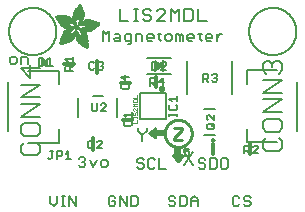
<source format=gbr>
G04 EAGLE Gerber RS-274X export*
G75*
%MOMM*%
%FSLAX34Y34*%
%LPD*%
%INSilkscreen Top*%
%IPPOS*%
%AMOC8*
5,1,8,0,0,1.08239X$1,22.5*%
G01*
%ADD10C,0.152400*%
%ADD11C,0.127000*%
%ADD12C,0.203200*%
%ADD13C,0.177800*%
%ADD14C,0.254000*%
%ADD15C,0.304800*%
%ADD16R,0.127000X0.762000*%
%ADD17R,0.200000X1.000000*%
%ADD18R,0.050800X0.006300*%
%ADD19R,0.082600X0.006400*%
%ADD20R,0.120600X0.006300*%
%ADD21R,0.139700X0.006400*%
%ADD22R,0.158800X0.006300*%
%ADD23R,0.177800X0.006400*%
%ADD24R,0.196800X0.006300*%
%ADD25R,0.215900X0.006400*%
%ADD26R,0.228600X0.006300*%
%ADD27R,0.241300X0.006400*%
%ADD28R,0.254000X0.006300*%
%ADD29R,0.266700X0.006400*%
%ADD30R,0.279400X0.006300*%
%ADD31R,0.285700X0.006400*%
%ADD32R,0.298400X0.006300*%
%ADD33R,0.311200X0.006400*%
%ADD34R,0.317500X0.006300*%
%ADD35R,0.330200X0.006400*%
%ADD36R,0.336600X0.006300*%
%ADD37R,0.349200X0.006400*%
%ADD38R,0.361900X0.006300*%
%ADD39R,0.368300X0.006400*%
%ADD40R,0.381000X0.006300*%
%ADD41R,0.387300X0.006400*%
%ADD42R,0.393700X0.006300*%
%ADD43R,0.406400X0.006400*%
%ADD44R,0.412700X0.006300*%
%ADD45R,0.419100X0.006400*%
%ADD46R,0.431800X0.006300*%
%ADD47R,0.438100X0.006400*%
%ADD48R,0.450800X0.006300*%
%ADD49R,0.457200X0.006400*%
%ADD50R,0.463500X0.006300*%
%ADD51R,0.476200X0.006400*%
%ADD52R,0.482600X0.006300*%
%ADD53R,0.488900X0.006400*%
%ADD54R,0.501600X0.006300*%
%ADD55R,0.508000X0.006400*%
%ADD56R,0.514300X0.006300*%
%ADD57R,0.527000X0.006400*%
%ADD58R,0.533400X0.006300*%
%ADD59R,0.546100X0.006400*%
%ADD60R,0.552400X0.006300*%
%ADD61R,0.558800X0.006400*%
%ADD62R,0.571500X0.006300*%
%ADD63R,0.577800X0.006400*%
%ADD64R,0.584200X0.006300*%
%ADD65R,0.596900X0.006400*%
%ADD66R,0.603200X0.006300*%
%ADD67R,0.609600X0.006400*%
%ADD68R,0.622300X0.006300*%
%ADD69R,0.628600X0.006400*%
%ADD70R,0.641300X0.006300*%
%ADD71R,0.647700X0.006400*%
%ADD72R,0.063500X0.006300*%
%ADD73R,0.654000X0.006300*%
%ADD74R,0.101600X0.006400*%
%ADD75R,0.666700X0.006400*%
%ADD76R,0.139700X0.006300*%
%ADD77R,0.673100X0.006300*%
%ADD78R,0.165100X0.006400*%
%ADD79R,0.679400X0.006400*%
%ADD80R,0.196900X0.006300*%
%ADD81R,0.692100X0.006300*%
%ADD82R,0.222200X0.006400*%
%ADD83R,0.698500X0.006400*%
%ADD84R,0.247700X0.006300*%
%ADD85R,0.704800X0.006300*%
%ADD86R,0.279400X0.006400*%
%ADD87R,0.717500X0.006400*%
%ADD88R,0.298500X0.006300*%
%ADD89R,0.723900X0.006300*%
%ADD90R,0.736600X0.006400*%
%ADD91R,0.342900X0.006300*%
%ADD92R,0.742900X0.006300*%
%ADD93R,0.374700X0.006400*%
%ADD94R,0.749300X0.006400*%
%ADD95R,0.762000X0.006300*%
%ADD96R,0.412700X0.006400*%
%ADD97R,0.768300X0.006400*%
%ADD98R,0.438100X0.006300*%
%ADD99R,0.774700X0.006300*%
%ADD100R,0.463600X0.006400*%
%ADD101R,0.787400X0.006400*%
%ADD102R,0.793700X0.006300*%
%ADD103R,0.495300X0.006400*%
%ADD104R,0.800100X0.006400*%
%ADD105R,0.520700X0.006300*%
%ADD106R,0.812800X0.006300*%
%ADD107R,0.533400X0.006400*%
%ADD108R,0.819100X0.006400*%
%ADD109R,0.558800X0.006300*%
%ADD110R,0.825500X0.006300*%
%ADD111R,0.577900X0.006400*%
%ADD112R,0.831800X0.006400*%
%ADD113R,0.596900X0.006300*%
%ADD114R,0.844500X0.006300*%
%ADD115R,0.616000X0.006400*%
%ADD116R,0.850900X0.006400*%
%ADD117R,0.635000X0.006300*%
%ADD118R,0.857200X0.006300*%
%ADD119R,0.654100X0.006400*%
%ADD120R,0.863600X0.006400*%
%ADD121R,0.666700X0.006300*%
%ADD122R,0.869900X0.006300*%
%ADD123R,0.685800X0.006400*%
%ADD124R,0.876300X0.006400*%
%ADD125R,0.882600X0.006300*%
%ADD126R,0.723900X0.006400*%
%ADD127R,0.889000X0.006400*%
%ADD128R,0.895300X0.006300*%
%ADD129R,0.755700X0.006400*%
%ADD130R,0.901700X0.006400*%
%ADD131R,0.908000X0.006300*%
%ADD132R,0.793800X0.006400*%
%ADD133R,0.914400X0.006400*%
%ADD134R,0.806400X0.006300*%
%ADD135R,0.920700X0.006300*%
%ADD136R,0.825500X0.006400*%
%ADD137R,0.927100X0.006400*%
%ADD138R,0.933400X0.006300*%
%ADD139R,0.857300X0.006400*%
%ADD140R,0.939800X0.006400*%
%ADD141R,0.870000X0.006300*%
%ADD142R,0.939800X0.006300*%
%ADD143R,0.946100X0.006400*%
%ADD144R,0.952500X0.006300*%
%ADD145R,0.908000X0.006400*%
%ADD146R,0.958800X0.006400*%
%ADD147R,0.965200X0.006300*%
%ADD148R,0.965200X0.006400*%
%ADD149R,0.971500X0.006300*%
%ADD150R,0.952500X0.006400*%
%ADD151R,0.977900X0.006400*%
%ADD152R,0.958800X0.006300*%
%ADD153R,0.984200X0.006300*%
%ADD154R,0.971500X0.006400*%
%ADD155R,0.984200X0.006400*%
%ADD156R,0.990600X0.006300*%
%ADD157R,0.984300X0.006400*%
%ADD158R,0.996900X0.006400*%
%ADD159R,0.997000X0.006300*%
%ADD160R,0.996900X0.006300*%
%ADD161R,1.003300X0.006400*%
%ADD162R,1.016000X0.006300*%
%ADD163R,1.009600X0.006300*%
%ADD164R,1.016000X0.006400*%
%ADD165R,1.009600X0.006400*%
%ADD166R,1.022300X0.006300*%
%ADD167R,1.028700X0.006400*%
%ADD168R,1.035100X0.006300*%
%ADD169R,1.047800X0.006400*%
%ADD170R,1.054100X0.006300*%
%ADD171R,1.028700X0.006300*%
%ADD172R,1.054100X0.006400*%
%ADD173R,1.035000X0.006400*%
%ADD174R,1.060400X0.006300*%
%ADD175R,1.035000X0.006300*%
%ADD176R,1.060500X0.006400*%
%ADD177R,1.041400X0.006400*%
%ADD178R,1.066800X0.006300*%
%ADD179R,1.041400X0.006300*%
%ADD180R,1.079500X0.006400*%
%ADD181R,1.047700X0.006400*%
%ADD182R,1.085900X0.006300*%
%ADD183R,1.047700X0.006300*%
%ADD184R,1.085800X0.006400*%
%ADD185R,1.092200X0.006300*%
%ADD186R,1.085900X0.006400*%
%ADD187R,1.098600X0.006300*%
%ADD188R,1.098600X0.006400*%
%ADD189R,1.060400X0.006400*%
%ADD190R,1.104900X0.006300*%
%ADD191R,1.104900X0.006400*%
%ADD192R,1.066800X0.006400*%
%ADD193R,1.111200X0.006300*%
%ADD194R,1.117600X0.006400*%
%ADD195R,1.117600X0.006300*%
%ADD196R,1.073100X0.006300*%
%ADD197R,1.073100X0.006400*%
%ADD198R,1.124000X0.006300*%
%ADD199R,1.079500X0.006300*%
%ADD200R,1.123900X0.006400*%
%ADD201R,1.130300X0.006300*%
%ADD202R,1.130300X0.006400*%
%ADD203R,1.136700X0.006400*%
%ADD204R,1.136700X0.006300*%
%ADD205R,1.085800X0.006300*%
%ADD206R,1.136600X0.006400*%
%ADD207R,1.136600X0.006300*%
%ADD208R,1.143000X0.006400*%
%ADD209R,1.143000X0.006300*%
%ADD210R,1.149400X0.006300*%
%ADD211R,1.149300X0.006300*%
%ADD212R,1.149300X0.006400*%
%ADD213R,1.149400X0.006400*%
%ADD214R,1.155700X0.006400*%
%ADD215R,1.155700X0.006300*%
%ADD216R,1.060500X0.006300*%
%ADD217R,2.197100X0.006400*%
%ADD218R,2.197100X0.006300*%
%ADD219R,2.184400X0.006300*%
%ADD220R,2.184400X0.006400*%
%ADD221R,2.171700X0.006400*%
%ADD222R,2.171700X0.006300*%
%ADD223R,1.530300X0.006400*%
%ADD224R,1.505000X0.006300*%
%ADD225R,1.492300X0.006400*%
%ADD226R,1.485900X0.006300*%
%ADD227R,0.565200X0.006300*%
%ADD228R,1.473200X0.006400*%
%ADD229R,0.565200X0.006400*%
%ADD230R,1.460500X0.006300*%
%ADD231R,1.454100X0.006400*%
%ADD232R,0.552400X0.006400*%
%ADD233R,1.441500X0.006300*%
%ADD234R,0.546100X0.006300*%
%ADD235R,1.435100X0.006400*%
%ADD236R,0.539800X0.006400*%
%ADD237R,1.428800X0.006300*%
%ADD238R,1.422400X0.006400*%
%ADD239R,1.409700X0.006300*%
%ADD240R,0.527100X0.006300*%
%ADD241R,1.403300X0.006400*%
%ADD242R,0.527100X0.006400*%
%ADD243R,1.390700X0.006300*%
%ADD244R,1.384300X0.006400*%
%ADD245R,0.520700X0.006400*%
%ADD246R,1.384300X0.006300*%
%ADD247R,0.514400X0.006300*%
%ADD248R,1.371600X0.006400*%
%ADD249R,1.365200X0.006300*%
%ADD250R,0.508000X0.006300*%
%ADD251R,1.352600X0.006400*%
%ADD252R,0.501700X0.006400*%
%ADD253R,0.711200X0.006300*%
%ADD254R,0.603300X0.006300*%
%ADD255R,0.501700X0.006300*%
%ADD256R,0.692100X0.006400*%
%ADD257R,0.571500X0.006400*%
%ADD258R,0.679400X0.006300*%
%ADD259R,0.495300X0.006300*%
%ADD260R,0.673100X0.006400*%
%ADD261R,0.666800X0.006300*%
%ADD262R,0.488900X0.006300*%
%ADD263R,0.660400X0.006400*%
%ADD264R,0.482600X0.006400*%
%ADD265R,0.476200X0.006300*%
%ADD266R,0.654000X0.006400*%
%ADD267R,0.469900X0.006400*%
%ADD268R,0.476300X0.006400*%
%ADD269R,0.647700X0.006300*%
%ADD270R,0.457200X0.006300*%
%ADD271R,0.469900X0.006300*%
%ADD272R,0.641300X0.006400*%
%ADD273R,0.444500X0.006400*%
%ADD274R,0.463600X0.006300*%
%ADD275R,0.635000X0.006400*%
%ADD276R,0.463500X0.006400*%
%ADD277R,0.393700X0.006400*%
%ADD278R,0.450800X0.006400*%
%ADD279R,0.628600X0.006300*%
%ADD280R,0.387400X0.006300*%
%ADD281R,0.450900X0.006300*%
%ADD282R,0.628700X0.006400*%
%ADD283R,0.374600X0.006400*%
%ADD284R,0.368300X0.006300*%
%ADD285R,0.438200X0.006300*%
%ADD286R,0.622300X0.006400*%
%ADD287R,0.355600X0.006400*%
%ADD288R,0.431800X0.006400*%
%ADD289R,0.349300X0.006300*%
%ADD290R,0.425400X0.006300*%
%ADD291R,0.615900X0.006300*%
%ADD292R,0.330200X0.006300*%
%ADD293R,0.419100X0.006300*%
%ADD294R,0.616000X0.006300*%
%ADD295R,0.311200X0.006300*%
%ADD296R,0.406400X0.006300*%
%ADD297R,0.615900X0.006400*%
%ADD298R,0.304800X0.006400*%
%ADD299R,0.158800X0.006400*%
%ADD300R,0.609600X0.006300*%
%ADD301R,0.292100X0.006300*%
%ADD302R,0.235000X0.006300*%
%ADD303R,0.387400X0.006400*%
%ADD304R,0.292100X0.006400*%
%ADD305R,0.336500X0.006300*%
%ADD306R,0.260400X0.006300*%
%ADD307R,0.603300X0.006400*%
%ADD308R,0.260400X0.006400*%
%ADD309R,0.362000X0.006400*%
%ADD310R,0.450900X0.006400*%
%ADD311R,0.355600X0.006300*%
%ADD312R,0.342900X0.006400*%
%ADD313R,0.514300X0.006400*%
%ADD314R,0.234900X0.006300*%
%ADD315R,0.539700X0.006300*%
%ADD316R,0.603200X0.006400*%
%ADD317R,0.234900X0.006400*%
%ADD318R,0.920700X0.006400*%
%ADD319R,0.958900X0.006400*%
%ADD320R,0.215900X0.006300*%
%ADD321R,0.209600X0.006400*%
%ADD322R,0.203200X0.006300*%
%ADD323R,1.003300X0.006300*%
%ADD324R,0.203200X0.006400*%
%ADD325R,0.196900X0.006400*%
%ADD326R,0.190500X0.006300*%
%ADD327R,0.190500X0.006400*%
%ADD328R,0.184200X0.006300*%
%ADD329R,0.590500X0.006400*%
%ADD330R,0.184200X0.006400*%
%ADD331R,0.590500X0.006300*%
%ADD332R,0.177800X0.006300*%
%ADD333R,0.584200X0.006400*%
%ADD334R,1.168400X0.006400*%
%ADD335R,0.171500X0.006300*%
%ADD336R,1.187500X0.006300*%
%ADD337R,1.200100X0.006400*%
%ADD338R,0.577800X0.006300*%
%ADD339R,1.212900X0.006300*%
%ADD340R,1.231900X0.006400*%
%ADD341R,1.250900X0.006300*%
%ADD342R,0.565100X0.006400*%
%ADD343R,0.184100X0.006400*%
%ADD344R,1.263700X0.006400*%
%ADD345R,0.565100X0.006300*%
%ADD346R,1.289100X0.006300*%
%ADD347R,1.314400X0.006400*%
%ADD348R,0.552500X0.006300*%
%ADD349R,1.568500X0.006300*%
%ADD350R,0.552500X0.006400*%
%ADD351R,1.581200X0.006400*%
%ADD352R,1.593800X0.006300*%
%ADD353R,1.606500X0.006400*%
%ADD354R,1.619300X0.006300*%
%ADD355R,0.514400X0.006400*%
%ADD356R,1.638300X0.006400*%
%ADD357R,1.657300X0.006300*%
%ADD358R,2.209800X0.006400*%
%ADD359R,2.425700X0.006300*%
%ADD360R,2.470100X0.006400*%
%ADD361R,2.501900X0.006300*%
%ADD362R,2.533700X0.006400*%
%ADD363R,2.559000X0.006300*%
%ADD364R,2.584500X0.006400*%
%ADD365R,2.609900X0.006300*%
%ADD366R,2.628900X0.006400*%
%ADD367R,2.660600X0.006300*%
%ADD368R,2.673400X0.006400*%
%ADD369R,1.422400X0.006300*%
%ADD370R,1.200200X0.006300*%
%ADD371R,1.365300X0.006300*%
%ADD372R,1.365300X0.006400*%
%ADD373R,1.352500X0.006300*%
%ADD374R,1.098500X0.006300*%
%ADD375R,1.358900X0.006400*%
%ADD376R,1.352600X0.006300*%
%ADD377R,1.358900X0.006300*%
%ADD378R,1.371600X0.006300*%
%ADD379R,1.377900X0.006400*%
%ADD380R,1.397000X0.006400*%
%ADD381R,1.403300X0.006300*%
%ADD382R,0.914400X0.006300*%
%ADD383R,0.876300X0.006300*%
%ADD384R,0.374600X0.006300*%
%ADD385R,1.073200X0.006400*%
%ADD386R,0.374700X0.006300*%
%ADD387R,0.844600X0.006400*%
%ADD388R,0.844600X0.006300*%
%ADD389R,0.831900X0.006400*%
%ADD390R,1.092200X0.006400*%
%ADD391R,0.400000X0.006300*%
%ADD392R,0.819200X0.006400*%
%ADD393R,1.111300X0.006400*%
%ADD394R,0.812800X0.006400*%
%ADD395R,0.800100X0.006300*%
%ADD396R,0.476300X0.006300*%
%ADD397R,1.181100X0.006300*%
%ADD398R,0.501600X0.006400*%
%ADD399R,1.193800X0.006400*%
%ADD400R,0.781000X0.006400*%
%ADD401R,1.238200X0.006400*%
%ADD402R,0.781100X0.006300*%
%ADD403R,1.257300X0.006300*%
%ADD404R,1.295400X0.006400*%
%ADD405R,1.333500X0.006300*%
%ADD406R,0.774700X0.006400*%
%ADD407R,1.866900X0.006400*%
%ADD408R,0.209600X0.006300*%
%ADD409R,1.866900X0.006300*%
%ADD410R,0.768400X0.006400*%
%ADD411R,0.209500X0.006400*%
%ADD412R,1.860600X0.006400*%
%ADD413R,0.762000X0.006400*%
%ADD414R,0.768400X0.006300*%
%ADD415R,1.860600X0.006300*%
%ADD416R,1.860500X0.006400*%
%ADD417R,0.222300X0.006300*%
%ADD418R,1.854200X0.006300*%
%ADD419R,0.235000X0.006400*%
%ADD420R,1.854200X0.006400*%
%ADD421R,0.768300X0.006300*%
%ADD422R,0.260300X0.006400*%
%ADD423R,1.847800X0.006400*%
%ADD424R,0.266700X0.006300*%
%ADD425R,1.847800X0.006300*%
%ADD426R,0.273100X0.006400*%
%ADD427R,1.841500X0.006400*%
%ADD428R,0.285800X0.006300*%
%ADD429R,1.841500X0.006300*%
%ADD430R,0.298500X0.006400*%
%ADD431R,1.835100X0.006400*%
%ADD432R,0.781000X0.006300*%
%ADD433R,0.304800X0.006300*%
%ADD434R,1.835100X0.006300*%
%ADD435R,0.317500X0.006400*%
%ADD436R,1.828800X0.006400*%
%ADD437R,0.787400X0.006300*%
%ADD438R,0.323800X0.006300*%
%ADD439R,1.828800X0.006300*%
%ADD440R,0.793700X0.006400*%
%ADD441R,1.822400X0.006400*%
%ADD442R,0.806500X0.006300*%
%ADD443R,1.822400X0.006300*%
%ADD444R,1.816100X0.006400*%
%ADD445R,0.819100X0.006300*%
%ADD446R,0.387300X0.006300*%
%ADD447R,1.816100X0.006300*%
%ADD448R,1.809800X0.006400*%
%ADD449R,1.803400X0.006300*%
%ADD450R,1.797000X0.006400*%
%ADD451R,0.901700X0.006300*%
%ADD452R,1.797000X0.006300*%
%ADD453R,1.441400X0.006400*%
%ADD454R,1.790700X0.006400*%
%ADD455R,1.447800X0.006300*%
%ADD456R,1.784300X0.006300*%
%ADD457R,1.447800X0.006400*%
%ADD458R,1.784300X0.006400*%
%ADD459R,1.454100X0.006300*%
%ADD460R,1.771700X0.006300*%
%ADD461R,1.460500X0.006400*%
%ADD462R,1.759000X0.006400*%
%ADD463R,1.466800X0.006300*%
%ADD464R,1.752600X0.006300*%
%ADD465R,1.466800X0.006400*%
%ADD466R,1.739900X0.006400*%
%ADD467R,1.473200X0.006300*%
%ADD468R,1.727200X0.006300*%
%ADD469R,1.479500X0.006400*%
%ADD470R,1.714500X0.006400*%
%ADD471R,1.695400X0.006300*%
%ADD472R,1.485900X0.006400*%
%ADD473R,1.682700X0.006400*%
%ADD474R,1.492200X0.006300*%
%ADD475R,1.663700X0.006300*%
%ADD476R,1.498600X0.006400*%
%ADD477R,1.644600X0.006400*%
%ADD478R,1.498600X0.006300*%
%ADD479R,1.619200X0.006300*%
%ADD480R,1.511300X0.006400*%
%ADD481R,1.600200X0.006400*%
%ADD482R,1.517700X0.006300*%
%ADD483R,1.574800X0.006300*%
%ADD484R,1.524000X0.006400*%
%ADD485R,1.555800X0.006400*%
%ADD486R,1.524000X0.006300*%
%ADD487R,1.536700X0.006300*%
%ADD488R,1.530400X0.006400*%
%ADD489R,1.517700X0.006400*%
%ADD490R,1.492300X0.006300*%
%ADD491R,1.549400X0.006400*%
%ADD492R,1.479600X0.006400*%
%ADD493R,1.549400X0.006300*%
%ADD494R,1.555700X0.006400*%
%ADD495R,1.562100X0.006300*%
%ADD496R,0.323900X0.006300*%
%ADD497R,1.568400X0.006400*%
%ADD498R,0.336600X0.006400*%
%ADD499R,1.587500X0.006300*%
%ADD500R,0.971600X0.006300*%
%ADD501R,0.349300X0.006400*%
%ADD502R,1.600200X0.006300*%
%ADD503R,0.920800X0.006300*%
%ADD504R,0.882700X0.006400*%
%ADD505R,1.612900X0.006300*%
%ADD506R,0.362000X0.006300*%
%ADD507R,1.625600X0.006400*%
%ADD508R,1.625600X0.006300*%
%ADD509R,1.644600X0.006300*%
%ADD510R,0.736600X0.006300*%
%ADD511R,0.717600X0.006400*%
%ADD512R,1.657400X0.006300*%
%ADD513R,0.679500X0.006300*%
%ADD514R,1.663700X0.006400*%
%ADD515R,0.400000X0.006400*%
%ADD516R,1.676400X0.006300*%
%ADD517R,1.676400X0.006400*%
%ADD518R,0.425500X0.006400*%
%ADD519R,1.352500X0.006400*%
%ADD520R,0.444500X0.006300*%
%ADD521R,0.361900X0.006400*%
%ADD522R,0.088900X0.006300*%
%ADD523R,1.009700X0.006300*%
%ADD524R,1.009700X0.006400*%
%ADD525R,1.022300X0.006400*%
%ADD526R,1.346200X0.006400*%
%ADD527R,1.346200X0.006300*%
%ADD528R,1.339900X0.006400*%
%ADD529R,1.035100X0.006400*%
%ADD530R,1.339800X0.006300*%
%ADD531R,1.333500X0.006400*%
%ADD532R,1.327200X0.006400*%
%ADD533R,1.320800X0.006300*%
%ADD534R,1.314500X0.006400*%
%ADD535R,1.314400X0.006300*%
%ADD536R,1.301700X0.006400*%
%ADD537R,1.295400X0.006300*%
%ADD538R,1.289000X0.006400*%
%ADD539R,1.276300X0.006300*%
%ADD540R,1.251000X0.006300*%
%ADD541R,1.244600X0.006400*%
%ADD542R,1.231900X0.006300*%
%ADD543R,1.212800X0.006400*%
%ADD544R,1.200100X0.006300*%
%ADD545R,1.187400X0.006400*%
%ADD546R,1.168400X0.006300*%
%ADD547R,1.047800X0.006300*%
%ADD548R,0.977900X0.006300*%
%ADD549R,0.946200X0.006400*%
%ADD550R,0.933400X0.006400*%
%ADD551R,0.895300X0.006400*%
%ADD552R,0.882700X0.006300*%
%ADD553R,0.863600X0.006300*%
%ADD554R,0.857200X0.006400*%
%ADD555R,0.850900X0.006300*%
%ADD556R,0.838200X0.006300*%
%ADD557R,0.806500X0.006400*%
%ADD558R,0.717600X0.006300*%
%ADD559R,0.711200X0.006400*%
%ADD560R,0.641400X0.006400*%
%ADD561R,0.641400X0.006300*%
%ADD562R,0.628700X0.006300*%
%ADD563R,0.590600X0.006300*%
%ADD564R,0.539700X0.006400*%
%ADD565R,0.285700X0.006300*%
%ADD566R,0.222200X0.006300*%
%ADD567R,0.171400X0.006300*%
%ADD568R,0.152400X0.006400*%
%ADD569R,0.133400X0.006300*%
%ADD570C,0.050800*%

G36*
X129529Y60980D02*
X129529Y60980D01*
X129640Y60978D01*
X129688Y60990D01*
X129737Y60993D01*
X129841Y61027D01*
X129949Y61053D01*
X129993Y61076D01*
X130039Y61091D01*
X130132Y61150D01*
X130230Y61202D01*
X130266Y61235D01*
X130308Y61261D01*
X130384Y61342D01*
X130465Y61416D01*
X130492Y61457D01*
X130526Y61493D01*
X130579Y61589D01*
X130640Y61681D01*
X130656Y61728D01*
X130680Y61771D01*
X130707Y61878D01*
X130743Y61982D01*
X130747Y62031D01*
X130759Y62079D01*
X130769Y62240D01*
X130769Y63511D01*
X135850Y63511D01*
X135968Y63526D01*
X136087Y63533D01*
X136125Y63546D01*
X136166Y63551D01*
X136276Y63594D01*
X136389Y63631D01*
X136424Y63653D01*
X136461Y63668D01*
X136557Y63738D01*
X136658Y63801D01*
X136686Y63831D01*
X136719Y63854D01*
X136795Y63946D01*
X136876Y64033D01*
X136896Y64068D01*
X136921Y64099D01*
X136972Y64207D01*
X137030Y64311D01*
X137040Y64351D01*
X137057Y64387D01*
X137079Y64504D01*
X137109Y64619D01*
X137113Y64680D01*
X137117Y64700D01*
X137115Y64720D01*
X137119Y64780D01*
X137119Y67320D01*
X137104Y67438D01*
X137097Y67557D01*
X137084Y67595D01*
X137079Y67636D01*
X137036Y67746D01*
X136999Y67859D01*
X136977Y67894D01*
X136962Y67931D01*
X136893Y68027D01*
X136829Y68128D01*
X136799Y68156D01*
X136776Y68189D01*
X136684Y68265D01*
X136597Y68346D01*
X136562Y68366D01*
X136531Y68391D01*
X136423Y68442D01*
X136319Y68500D01*
X136279Y68510D01*
X136243Y68527D01*
X136126Y68549D01*
X136011Y68579D01*
X135951Y68583D01*
X135931Y68587D01*
X135910Y68585D01*
X135850Y68589D01*
X130769Y68589D01*
X130769Y69860D01*
X130763Y69909D01*
X130765Y69958D01*
X130751Y70029D01*
X130747Y70092D01*
X130735Y70128D01*
X130729Y70176D01*
X130711Y70221D01*
X130701Y70270D01*
X130666Y70342D01*
X130649Y70395D01*
X130632Y70422D01*
X130612Y70471D01*
X130583Y70511D01*
X130562Y70556D01*
X130505Y70622D01*
X130479Y70664D01*
X130460Y70682D01*
X130426Y70729D01*
X130387Y70760D01*
X130355Y70798D01*
X130279Y70851D01*
X130247Y70882D01*
X130228Y70892D01*
X130181Y70931D01*
X130136Y70952D01*
X130095Y70981D01*
X130004Y71016D01*
X129969Y71035D01*
X129951Y71040D01*
X129893Y71067D01*
X129844Y71076D01*
X129798Y71094D01*
X129698Y71105D01*
X129661Y71115D01*
X129636Y71116D01*
X129581Y71127D01*
X129531Y71124D01*
X129482Y71129D01*
X129373Y71114D01*
X129263Y71107D01*
X129216Y71092D01*
X129167Y71085D01*
X129065Y71043D01*
X128961Y71009D01*
X128919Y70982D01*
X128899Y70974D01*
X128883Y70968D01*
X128882Y70967D01*
X128873Y70964D01*
X128738Y70875D01*
X123658Y67065D01*
X123590Y66999D01*
X123554Y66973D01*
X123526Y66939D01*
X123455Y66874D01*
X123444Y66858D01*
X123430Y66844D01*
X123379Y66762D01*
X123352Y66728D01*
X123333Y66689D01*
X123280Y66609D01*
X123274Y66590D01*
X123264Y66573D01*
X123235Y66481D01*
X123216Y66441D01*
X123208Y66397D01*
X123177Y66308D01*
X123176Y66288D01*
X123170Y66269D01*
X123165Y66175D01*
X123156Y66128D01*
X123159Y66081D01*
X123152Y65991D01*
X123156Y65971D01*
X123155Y65952D01*
X123173Y65863D01*
X123176Y65811D01*
X123192Y65762D01*
X123207Y65677D01*
X123215Y65659D01*
X123219Y65640D01*
X123256Y65563D01*
X123274Y65508D01*
X123305Y65460D01*
X123337Y65388D01*
X123350Y65372D01*
X123358Y65354D01*
X123410Y65294D01*
X123444Y65240D01*
X123490Y65196D01*
X123536Y65139D01*
X123557Y65121D01*
X123565Y65112D01*
X123581Y65101D01*
X123658Y65035D01*
X128738Y61225D01*
X128781Y61200D01*
X128819Y61169D01*
X128919Y61122D01*
X129015Y61067D01*
X129063Y61054D01*
X129107Y61033D01*
X129215Y61012D01*
X129322Y60983D01*
X129371Y60983D01*
X129420Y60973D01*
X129529Y60980D01*
G37*
G36*
X148709Y40636D02*
X148709Y40636D01*
X148728Y40635D01*
X148865Y40663D01*
X149003Y40687D01*
X149021Y40695D01*
X149040Y40699D01*
X149165Y40760D01*
X149293Y40817D01*
X149308Y40830D01*
X149326Y40838D01*
X149432Y40929D01*
X149541Y41016D01*
X149559Y41037D01*
X149568Y41045D01*
X149579Y41061D01*
X149645Y41138D01*
X153455Y46218D01*
X153479Y46261D01*
X153509Y46296D01*
X153509Y46297D01*
X153511Y46299D01*
X153558Y46399D01*
X153613Y46495D01*
X153626Y46543D01*
X153647Y46587D01*
X153668Y46695D01*
X153697Y46802D01*
X153697Y46851D01*
X153707Y46900D01*
X153700Y47009D01*
X153702Y47120D01*
X153690Y47168D01*
X153687Y47217D01*
X153653Y47321D01*
X153627Y47429D01*
X153604Y47473D01*
X153589Y47519D01*
X153530Y47612D01*
X153478Y47710D01*
X153445Y47746D01*
X153419Y47788D01*
X153338Y47864D01*
X153264Y47945D01*
X153223Y47972D01*
X153187Y48006D01*
X153091Y48059D01*
X152999Y48120D01*
X152952Y48136D01*
X152909Y48160D01*
X152802Y48187D01*
X152698Y48223D01*
X152649Y48227D01*
X152601Y48239D01*
X152440Y48249D01*
X151169Y48249D01*
X151169Y53330D01*
X151154Y53448D01*
X151147Y53567D01*
X151134Y53605D01*
X151129Y53646D01*
X151086Y53756D01*
X151049Y53869D01*
X151027Y53904D01*
X151012Y53941D01*
X150943Y54037D01*
X150879Y54138D01*
X150849Y54166D01*
X150826Y54199D01*
X150734Y54275D01*
X150647Y54356D01*
X150612Y54376D01*
X150581Y54401D01*
X150473Y54452D01*
X150369Y54510D01*
X150329Y54520D01*
X150293Y54537D01*
X150176Y54559D01*
X150061Y54589D01*
X150001Y54593D01*
X149981Y54597D01*
X149960Y54595D01*
X149900Y54599D01*
X147360Y54599D01*
X147242Y54584D01*
X147123Y54577D01*
X147085Y54564D01*
X147044Y54559D01*
X146934Y54516D01*
X146821Y54479D01*
X146786Y54457D01*
X146749Y54442D01*
X146653Y54373D01*
X146552Y54309D01*
X146524Y54279D01*
X146491Y54256D01*
X146416Y54164D01*
X146334Y54077D01*
X146314Y54042D01*
X146289Y54011D01*
X146238Y53903D01*
X146180Y53799D01*
X146170Y53759D01*
X146153Y53723D01*
X146131Y53606D01*
X146101Y53491D01*
X146097Y53431D01*
X146093Y53411D01*
X146094Y53405D01*
X146093Y53404D01*
X146094Y53387D01*
X146091Y53330D01*
X146091Y48249D01*
X144820Y48249D01*
X144771Y48243D01*
X144722Y48245D01*
X144614Y48223D01*
X144504Y48209D01*
X144459Y48191D01*
X144410Y48181D01*
X144311Y48133D01*
X144209Y48092D01*
X144169Y48063D01*
X144124Y48042D01*
X144041Y47970D01*
X143951Y47906D01*
X143920Y47867D01*
X143882Y47835D01*
X143819Y47745D01*
X143749Y47661D01*
X143728Y47616D01*
X143699Y47575D01*
X143660Y47472D01*
X143613Y47373D01*
X143604Y47324D01*
X143586Y47278D01*
X143574Y47168D01*
X143553Y47061D01*
X143556Y47011D01*
X143551Y46962D01*
X143566Y46853D01*
X143573Y46743D01*
X143588Y46696D01*
X143595Y46647D01*
X143637Y46545D01*
X143671Y46441D01*
X143698Y46399D01*
X143716Y46353D01*
X143805Y46218D01*
X147615Y41138D01*
X147712Y41038D01*
X147806Y40935D01*
X147822Y40924D01*
X147836Y40910D01*
X147955Y40837D01*
X148071Y40760D01*
X148090Y40754D01*
X148107Y40744D01*
X148240Y40702D01*
X148372Y40657D01*
X148392Y40656D01*
X148411Y40650D01*
X148550Y40643D01*
X148689Y40632D01*
X148709Y40636D01*
G37*
G36*
X130125Y120183D02*
X130125Y120183D01*
X130196Y120181D01*
X130266Y120200D01*
X130337Y120208D01*
X130392Y120233D01*
X130471Y120253D01*
X130574Y120314D01*
X130643Y120345D01*
X133643Y122345D01*
X133730Y122422D01*
X133820Y122495D01*
X133835Y122517D01*
X133855Y122535D01*
X133917Y122632D01*
X133984Y122727D01*
X133992Y122753D01*
X134007Y122775D01*
X134039Y122886D01*
X134077Y122996D01*
X134078Y123023D01*
X134085Y123048D01*
X134085Y123164D01*
X134091Y123280D01*
X134085Y123306D01*
X134085Y123333D01*
X134053Y123444D01*
X134027Y123557D01*
X134014Y123580D01*
X134006Y123606D01*
X133944Y123704D01*
X133888Y123805D01*
X133870Y123821D01*
X133855Y123846D01*
X133647Y124031D01*
X133643Y124035D01*
X130643Y126035D01*
X130579Y126066D01*
X130519Y126106D01*
X130451Y126127D01*
X130387Y126158D01*
X130316Y126170D01*
X130248Y126191D01*
X130177Y126193D01*
X130107Y126205D01*
X130035Y126197D01*
X129964Y126199D01*
X129895Y126181D01*
X129824Y126172D01*
X129758Y126145D01*
X129689Y126127D01*
X129628Y126090D01*
X129562Y126063D01*
X129506Y126018D01*
X129444Y125982D01*
X129395Y125930D01*
X129340Y125885D01*
X129299Y125827D01*
X129250Y125774D01*
X129217Y125711D01*
X129176Y125653D01*
X129153Y125585D01*
X129120Y125521D01*
X129110Y125462D01*
X129083Y125384D01*
X129077Y125265D01*
X129065Y125190D01*
X129065Y121190D01*
X129075Y121119D01*
X129075Y121047D01*
X129095Y120979D01*
X129105Y120909D01*
X129134Y120843D01*
X129154Y120774D01*
X129192Y120714D01*
X129221Y120649D01*
X129267Y120594D01*
X129305Y120534D01*
X129359Y120486D01*
X129405Y120432D01*
X129464Y120392D01*
X129518Y120345D01*
X129582Y120314D01*
X129641Y120275D01*
X129710Y120253D01*
X129774Y120222D01*
X129844Y120210D01*
X129912Y120189D01*
X129984Y120187D01*
X130055Y120175D01*
X130125Y120183D01*
G37*
G36*
X37348Y122433D02*
X37348Y122433D01*
X37377Y122430D01*
X37469Y122450D01*
X37562Y122463D01*
X37589Y122476D01*
X37618Y122482D01*
X37698Y122530D01*
X37782Y122572D01*
X37803Y122593D01*
X37829Y122608D01*
X37890Y122680D01*
X37956Y122746D01*
X37969Y122772D01*
X37989Y122795D01*
X38024Y122882D01*
X38066Y122966D01*
X38070Y122996D01*
X38081Y123023D01*
X38099Y123190D01*
X38099Y128270D01*
X38094Y128299D01*
X38097Y128329D01*
X38075Y128420D01*
X38060Y128513D01*
X38046Y128539D01*
X38039Y128568D01*
X37988Y128647D01*
X37944Y128730D01*
X37923Y128751D01*
X37907Y128776D01*
X37834Y128835D01*
X37766Y128900D01*
X37739Y128912D01*
X37716Y128931D01*
X37628Y128964D01*
X37543Y129003D01*
X37513Y129006D01*
X37486Y129017D01*
X37392Y129020D01*
X37299Y129030D01*
X37269Y129024D01*
X37240Y129025D01*
X37150Y128998D01*
X37058Y128978D01*
X37033Y128963D01*
X37004Y128954D01*
X36862Y128864D01*
X33687Y126324D01*
X33618Y126247D01*
X33545Y126174D01*
X33536Y126157D01*
X33523Y126142D01*
X33481Y126046D01*
X33435Y125954D01*
X33433Y125934D01*
X33425Y125916D01*
X33416Y125813D01*
X33402Y125710D01*
X33406Y125691D01*
X33404Y125671D01*
X33429Y125570D01*
X33448Y125468D01*
X33458Y125451D01*
X33462Y125432D01*
X33518Y125345D01*
X33569Y125254D01*
X33586Y125237D01*
X33594Y125224D01*
X33619Y125204D01*
X33687Y125136D01*
X36862Y122596D01*
X36888Y122581D01*
X36910Y122561D01*
X36995Y122521D01*
X37077Y122475D01*
X37106Y122469D01*
X37133Y122457D01*
X37226Y122447D01*
X37318Y122429D01*
X37348Y122433D01*
G37*
D10*
X40358Y13215D02*
X40358Y7453D01*
X43240Y4572D01*
X46121Y7453D01*
X46121Y13215D01*
X49714Y4572D02*
X52595Y4572D01*
X51154Y4572D02*
X51154Y13215D01*
X49714Y13215D02*
X52595Y13215D01*
X55950Y13215D02*
X55950Y4572D01*
X61713Y4572D02*
X55950Y13215D01*
X61713Y13215D02*
X61713Y4572D01*
X93921Y13215D02*
X95361Y11775D01*
X93921Y13215D02*
X91040Y13215D01*
X89599Y11775D01*
X89599Y6013D01*
X91040Y4572D01*
X93921Y4572D01*
X95361Y6013D01*
X95361Y8894D01*
X92480Y8894D01*
X98954Y13215D02*
X98954Y4572D01*
X104717Y4572D02*
X98954Y13215D01*
X104717Y13215D02*
X104717Y4572D01*
X108310Y4572D02*
X108310Y13215D01*
X108310Y4572D02*
X112631Y4572D01*
X114072Y6013D01*
X114072Y11775D01*
X112631Y13215D01*
X108310Y13215D01*
X119491Y43525D02*
X118051Y44965D01*
X115170Y44965D01*
X113729Y43525D01*
X113729Y42084D01*
X115170Y40644D01*
X118051Y40644D01*
X119491Y39203D01*
X119491Y37763D01*
X118051Y36322D01*
X115170Y36322D01*
X113729Y37763D01*
X127406Y44965D02*
X128847Y43525D01*
X127406Y44965D02*
X124525Y44965D01*
X123084Y43525D01*
X123084Y37763D01*
X124525Y36322D01*
X127406Y36322D01*
X128847Y37763D01*
X132440Y36322D02*
X132440Y44965D01*
X132440Y36322D02*
X138202Y36322D01*
X144721Y13215D02*
X146161Y11775D01*
X144721Y13215D02*
X141840Y13215D01*
X140399Y11775D01*
X140399Y10334D01*
X141840Y8894D01*
X144721Y8894D01*
X146161Y7453D01*
X146161Y6013D01*
X144721Y4572D01*
X141840Y4572D01*
X140399Y6013D01*
X149754Y4572D02*
X149754Y13215D01*
X149754Y4572D02*
X154076Y4572D01*
X155517Y6013D01*
X155517Y11775D01*
X154076Y13215D01*
X149754Y13215D01*
X159110Y10334D02*
X159110Y4572D01*
X159110Y10334D02*
X161991Y13215D01*
X164872Y10334D01*
X164872Y4572D01*
X164872Y8894D02*
X159110Y8894D01*
X198929Y13215D02*
X200369Y11775D01*
X198929Y13215D02*
X196047Y13215D01*
X194607Y11775D01*
X194607Y6013D01*
X196047Y4572D01*
X198929Y4572D01*
X200369Y6013D01*
X208284Y13215D02*
X209724Y11775D01*
X208284Y13215D02*
X205403Y13215D01*
X203962Y11775D01*
X203962Y10334D01*
X205403Y8894D01*
X208284Y8894D01*
X209724Y7453D01*
X209724Y6013D01*
X208284Y4572D01*
X205403Y4572D01*
X203962Y6013D01*
X171561Y43525D02*
X170121Y44965D01*
X167240Y44965D01*
X165799Y43525D01*
X165799Y42084D01*
X167240Y40644D01*
X170121Y40644D01*
X171561Y39203D01*
X171561Y37763D01*
X170121Y36322D01*
X167240Y36322D01*
X165799Y37763D01*
X175154Y36322D02*
X175154Y44965D01*
X175154Y36322D02*
X179476Y36322D01*
X180917Y37763D01*
X180917Y43525D01*
X179476Y44965D01*
X175154Y44965D01*
X185950Y44965D02*
X188831Y44965D01*
X185950Y44965D02*
X184510Y43525D01*
X184510Y37763D01*
X185950Y36322D01*
X188831Y36322D01*
X190272Y37763D01*
X190272Y43525D01*
X188831Y44965D01*
X84419Y144272D02*
X84419Y152915D01*
X87300Y150034D01*
X90181Y152915D01*
X90181Y144272D01*
X95215Y150034D02*
X98096Y150034D01*
X99536Y148594D01*
X99536Y144272D01*
X95215Y144272D01*
X93774Y145713D01*
X95215Y147153D01*
X99536Y147153D01*
X106010Y141391D02*
X107451Y141391D01*
X108891Y142831D01*
X108891Y150034D01*
X104570Y150034D01*
X103129Y148594D01*
X103129Y145713D01*
X104570Y144272D01*
X108891Y144272D01*
X112484Y144272D02*
X112484Y150034D01*
X116806Y150034D01*
X118247Y148594D01*
X118247Y144272D01*
X123280Y144272D02*
X126161Y144272D01*
X123280Y144272D02*
X121840Y145713D01*
X121840Y148594D01*
X123280Y150034D01*
X126161Y150034D01*
X127602Y148594D01*
X127602Y147153D01*
X121840Y147153D01*
X132635Y145713D02*
X132635Y151475D01*
X132635Y145713D02*
X134076Y144272D01*
X134076Y150034D02*
X131195Y150034D01*
X138872Y144272D02*
X141753Y144272D01*
X143194Y145713D01*
X143194Y148594D01*
X141753Y150034D01*
X138872Y150034D01*
X137432Y148594D01*
X137432Y145713D01*
X138872Y144272D01*
X146787Y144272D02*
X146787Y150034D01*
X148227Y150034D01*
X149668Y148594D01*
X149668Y144272D01*
X149668Y148594D02*
X151108Y150034D01*
X152549Y148594D01*
X152549Y144272D01*
X157583Y144272D02*
X160464Y144272D01*
X157583Y144272D02*
X156142Y145713D01*
X156142Y148594D01*
X157583Y150034D01*
X160464Y150034D01*
X161904Y148594D01*
X161904Y147153D01*
X156142Y147153D01*
X166938Y145713D02*
X166938Y151475D01*
X166938Y145713D02*
X168378Y144272D01*
X168378Y150034D02*
X165497Y150034D01*
X173174Y144272D02*
X176056Y144272D01*
X173174Y144272D02*
X171734Y145713D01*
X171734Y148594D01*
X173174Y150034D01*
X176056Y150034D01*
X177496Y148594D01*
X177496Y147153D01*
X171734Y147153D01*
X181089Y144272D02*
X181089Y150034D01*
X181089Y147153D02*
X183970Y150034D01*
X185411Y150034D01*
D11*
X10164Y125095D02*
X7198Y125095D01*
X10164Y125095D02*
X11647Y126578D01*
X11647Y129544D01*
X10164Y131027D01*
X7198Y131027D01*
X5715Y129544D01*
X5715Y126578D01*
X7198Y125095D01*
X15070Y125095D02*
X15070Y131027D01*
X19519Y131027D01*
X21002Y129544D01*
X21002Y125095D01*
D12*
X99196Y161036D02*
X99196Y171713D01*
X99196Y161036D02*
X106314Y161036D01*
X110890Y161036D02*
X114449Y161036D01*
X112670Y161036D02*
X112670Y171713D01*
X114449Y171713D02*
X110890Y171713D01*
X124025Y171713D02*
X125804Y169934D01*
X124025Y171713D02*
X120465Y171713D01*
X118686Y169934D01*
X118686Y168154D01*
X120465Y166375D01*
X124025Y166375D01*
X125804Y164595D01*
X125804Y162816D01*
X124025Y161036D01*
X120465Y161036D01*
X118686Y162816D01*
X130380Y161036D02*
X137498Y161036D01*
X130380Y161036D02*
X137498Y168154D01*
X137498Y169934D01*
X135719Y171713D01*
X132159Y171713D01*
X130380Y169934D01*
X142074Y171713D02*
X142074Y161036D01*
X145633Y168154D02*
X142074Y171713D01*
X145633Y168154D02*
X149192Y171713D01*
X149192Y161036D01*
X153768Y161036D02*
X153768Y171713D01*
X153768Y161036D02*
X159106Y161036D01*
X160886Y162816D01*
X160886Y169934D01*
X159106Y171713D01*
X153768Y171713D01*
X165462Y171713D02*
X165462Y161036D01*
X172580Y161036D01*
D13*
X114514Y70250D02*
X114514Y68428D01*
X118158Y64785D01*
X121802Y68428D01*
X121802Y70250D01*
X118158Y64785D02*
X118158Y59319D01*
X153700Y49910D02*
X160988Y38979D01*
X153700Y38979D02*
X160988Y49910D01*
D14*
X151335Y70484D02*
X144556Y70484D01*
X151335Y70484D02*
X151335Y68789D01*
X144556Y62010D01*
X144556Y60315D01*
X151335Y60315D01*
X137120Y66050D02*
X137123Y66326D01*
X137133Y66602D01*
X137150Y66878D01*
X137173Y67153D01*
X137203Y67428D01*
X137240Y67702D01*
X137283Y67974D01*
X137333Y68246D01*
X137389Y68516D01*
X137452Y68785D01*
X137521Y69053D01*
X137597Y69318D01*
X137679Y69582D01*
X137768Y69844D01*
X137863Y70103D01*
X137964Y70360D01*
X138071Y70615D01*
X138184Y70867D01*
X138304Y71116D01*
X138429Y71362D01*
X138561Y71605D01*
X138698Y71845D01*
X138841Y72081D01*
X138989Y72314D01*
X139143Y72543D01*
X139303Y72768D01*
X139468Y72990D01*
X139638Y73207D01*
X139814Y73421D01*
X139995Y73629D01*
X140180Y73834D01*
X140371Y74034D01*
X140566Y74229D01*
X140766Y74420D01*
X140971Y74605D01*
X141179Y74786D01*
X141393Y74962D01*
X141610Y75132D01*
X141832Y75297D01*
X142057Y75457D01*
X142286Y75611D01*
X142519Y75759D01*
X142755Y75902D01*
X142995Y76039D01*
X143238Y76171D01*
X143484Y76296D01*
X143733Y76416D01*
X143985Y76529D01*
X144240Y76636D01*
X144497Y76737D01*
X144756Y76832D01*
X145018Y76921D01*
X145282Y77003D01*
X145547Y77079D01*
X145815Y77148D01*
X146084Y77211D01*
X146354Y77267D01*
X146626Y77317D01*
X146898Y77360D01*
X147172Y77397D01*
X147447Y77427D01*
X147722Y77450D01*
X147998Y77467D01*
X148274Y77477D01*
X148550Y77480D01*
X148826Y77477D01*
X149102Y77467D01*
X149378Y77450D01*
X149653Y77427D01*
X149928Y77397D01*
X150202Y77360D01*
X150474Y77317D01*
X150746Y77267D01*
X151016Y77211D01*
X151285Y77148D01*
X151553Y77079D01*
X151818Y77003D01*
X152082Y76921D01*
X152344Y76832D01*
X152603Y76737D01*
X152860Y76636D01*
X153115Y76529D01*
X153367Y76416D01*
X153616Y76296D01*
X153862Y76171D01*
X154105Y76039D01*
X154345Y75902D01*
X154581Y75759D01*
X154814Y75611D01*
X155043Y75457D01*
X155268Y75297D01*
X155490Y75132D01*
X155707Y74962D01*
X155921Y74786D01*
X156129Y74605D01*
X156334Y74420D01*
X156534Y74229D01*
X156729Y74034D01*
X156920Y73834D01*
X157105Y73629D01*
X157286Y73421D01*
X157462Y73207D01*
X157632Y72990D01*
X157797Y72768D01*
X157957Y72543D01*
X158111Y72314D01*
X158259Y72081D01*
X158402Y71845D01*
X158539Y71605D01*
X158671Y71362D01*
X158796Y71116D01*
X158916Y70867D01*
X159029Y70615D01*
X159136Y70360D01*
X159237Y70103D01*
X159332Y69844D01*
X159421Y69582D01*
X159503Y69318D01*
X159579Y69053D01*
X159648Y68785D01*
X159711Y68516D01*
X159767Y68246D01*
X159817Y67974D01*
X159860Y67702D01*
X159897Y67428D01*
X159927Y67153D01*
X159950Y66878D01*
X159967Y66602D01*
X159977Y66326D01*
X159980Y66050D01*
X159977Y65774D01*
X159967Y65498D01*
X159950Y65222D01*
X159927Y64947D01*
X159897Y64672D01*
X159860Y64398D01*
X159817Y64126D01*
X159767Y63854D01*
X159711Y63584D01*
X159648Y63315D01*
X159579Y63047D01*
X159503Y62782D01*
X159421Y62518D01*
X159332Y62256D01*
X159237Y61997D01*
X159136Y61740D01*
X159029Y61485D01*
X158916Y61233D01*
X158796Y60984D01*
X158671Y60738D01*
X158539Y60495D01*
X158402Y60255D01*
X158259Y60019D01*
X158111Y59786D01*
X157957Y59557D01*
X157797Y59332D01*
X157632Y59110D01*
X157462Y58893D01*
X157286Y58679D01*
X157105Y58471D01*
X156920Y58266D01*
X156729Y58066D01*
X156534Y57871D01*
X156334Y57680D01*
X156129Y57495D01*
X155921Y57314D01*
X155707Y57138D01*
X155490Y56968D01*
X155268Y56803D01*
X155043Y56643D01*
X154814Y56489D01*
X154581Y56341D01*
X154345Y56198D01*
X154105Y56061D01*
X153862Y55929D01*
X153616Y55804D01*
X153367Y55684D01*
X153115Y55571D01*
X152860Y55464D01*
X152603Y55363D01*
X152344Y55268D01*
X152082Y55179D01*
X151818Y55097D01*
X151553Y55021D01*
X151285Y54952D01*
X151016Y54889D01*
X150746Y54833D01*
X150474Y54783D01*
X150202Y54740D01*
X149928Y54703D01*
X149653Y54673D01*
X149378Y54650D01*
X149102Y54633D01*
X148826Y54623D01*
X148550Y54620D01*
X148277Y54618D01*
X148003Y54623D01*
X147730Y54635D01*
X147458Y54654D01*
X147185Y54679D01*
X146914Y54711D01*
X146643Y54749D01*
X146374Y54794D01*
X146105Y54845D01*
X145838Y54903D01*
X145572Y54968D01*
X145308Y55039D01*
X145046Y55116D01*
X144786Y55200D01*
X144528Y55290D01*
X144272Y55386D01*
X144019Y55488D01*
X143768Y55597D01*
X143519Y55711D01*
X143274Y55832D01*
X143032Y55958D01*
X142793Y56091D01*
X142557Y56229D01*
X142324Y56373D01*
X142096Y56522D01*
X141870Y56677D01*
X141649Y56838D01*
X141432Y57004D01*
X141218Y57175D01*
X141009Y57351D01*
X140805Y57532D01*
X140605Y57718D01*
X140409Y57909D01*
X140218Y58105D01*
X140032Y58305D01*
X139851Y58509D01*
X139675Y58718D01*
X139504Y58932D01*
X139338Y59149D01*
X139177Y59370D01*
X139022Y59596D01*
X138873Y59824D01*
X138729Y60057D01*
X138591Y60293D01*
X138458Y60532D01*
X138332Y60774D01*
X138211Y61019D01*
X138097Y61268D01*
X137988Y61519D01*
X137886Y61772D01*
X137790Y62028D01*
X137700Y62286D01*
X137616Y62546D01*
X137539Y62808D01*
X137468Y63072D01*
X137403Y63338D01*
X137345Y63605D01*
X137294Y63874D01*
X137249Y64143D01*
X137211Y64414D01*
X137179Y64685D01*
X137154Y64958D01*
X137135Y65230D01*
X137123Y65503D01*
X137118Y65777D01*
X137120Y66050D01*
D10*
X65640Y46235D02*
X64199Y44795D01*
X65640Y46235D02*
X68521Y46235D01*
X69961Y44795D01*
X69961Y43354D01*
X68521Y41914D01*
X67080Y41914D01*
X68521Y41914D02*
X69961Y40473D01*
X69961Y39033D01*
X68521Y37592D01*
X65640Y37592D01*
X64199Y39033D01*
X73554Y43354D02*
X76436Y37592D01*
X79317Y43354D01*
X84350Y37592D02*
X87231Y37592D01*
X88672Y39033D01*
X88672Y41914D01*
X87231Y43354D01*
X84350Y43354D01*
X82910Y41914D01*
X82910Y39033D01*
X84350Y37592D01*
D15*
X76708Y51816D02*
X76708Y61976D01*
D10*
X75441Y59950D02*
X76542Y58848D01*
X75441Y59950D02*
X73238Y59950D01*
X72136Y58848D01*
X72136Y54442D01*
X73238Y53340D01*
X75441Y53340D01*
X76542Y54442D01*
X79620Y53340D02*
X84027Y53340D01*
X84027Y57746D02*
X79620Y53340D01*
X84027Y57746D02*
X84027Y58848D01*
X82925Y59950D01*
X80722Y59950D01*
X79620Y58848D01*
D12*
X64018Y79630D02*
X64018Y95630D01*
X97018Y95630D02*
X97018Y79630D01*
X84518Y98130D02*
X76518Y98130D01*
D10*
X75234Y91446D02*
X75234Y85938D01*
X76335Y84836D01*
X78539Y84836D01*
X79640Y85938D01*
X79640Y91446D01*
X82718Y84836D02*
X87124Y84836D01*
X82718Y84836D02*
X87124Y89242D01*
X87124Y90344D01*
X86023Y91446D01*
X83819Y91446D01*
X82718Y90344D01*
D15*
X80010Y116840D02*
X80010Y127000D01*
D10*
X77558Y125650D02*
X76457Y126752D01*
X74254Y126752D01*
X73152Y125650D01*
X73152Y121244D01*
X74254Y120142D01*
X76457Y120142D01*
X77558Y121244D01*
X80636Y125650D02*
X81738Y126752D01*
X83941Y126752D01*
X85043Y125650D01*
X85043Y124548D01*
X83941Y123447D01*
X82839Y123447D01*
X83941Y123447D02*
X85043Y122345D01*
X85043Y121244D01*
X83941Y120142D01*
X81738Y120142D01*
X80636Y121244D01*
D15*
X101410Y77470D02*
X109410Y77470D01*
D10*
X103458Y76560D02*
X102356Y75459D01*
X102356Y73255D01*
X103458Y72154D01*
X107864Y72154D01*
X108966Y73255D01*
X108966Y75459D01*
X107864Y76560D01*
X104560Y79638D02*
X102356Y81841D01*
X108966Y81841D01*
X108966Y79638D02*
X108966Y84044D01*
D12*
X156260Y99030D02*
X156260Y127030D01*
X194260Y127030D02*
X194260Y99030D01*
D10*
X169434Y109984D02*
X169434Y116594D01*
X172739Y116594D01*
X173840Y115492D01*
X173840Y113289D01*
X172739Y112187D01*
X169434Y112187D01*
X171637Y112187D02*
X173840Y109984D01*
X176918Y115492D02*
X178019Y116594D01*
X180223Y116594D01*
X181324Y115492D01*
X181324Y114390D01*
X180223Y113289D01*
X179121Y113289D01*
X180223Y113289D02*
X181324Y112187D01*
X181324Y111086D01*
X180223Y109984D01*
X178019Y109984D01*
X176918Y111086D01*
D12*
X179252Y64438D02*
X170252Y64438D01*
X170252Y86438D02*
X179252Y86438D01*
X177252Y60438D02*
X177254Y60501D01*
X177260Y60563D01*
X177270Y60625D01*
X177283Y60687D01*
X177301Y60747D01*
X177322Y60806D01*
X177347Y60864D01*
X177376Y60920D01*
X177408Y60974D01*
X177443Y61026D01*
X177481Y61075D01*
X177523Y61123D01*
X177567Y61167D01*
X177615Y61209D01*
X177664Y61247D01*
X177716Y61282D01*
X177770Y61314D01*
X177826Y61343D01*
X177884Y61368D01*
X177943Y61389D01*
X178003Y61407D01*
X178065Y61420D01*
X178127Y61430D01*
X178189Y61436D01*
X178252Y61438D01*
X178315Y61436D01*
X178377Y61430D01*
X178439Y61420D01*
X178501Y61407D01*
X178561Y61389D01*
X178620Y61368D01*
X178678Y61343D01*
X178734Y61314D01*
X178788Y61282D01*
X178840Y61247D01*
X178889Y61209D01*
X178937Y61167D01*
X178981Y61123D01*
X179023Y61075D01*
X179061Y61026D01*
X179096Y60974D01*
X179128Y60920D01*
X179157Y60864D01*
X179182Y60806D01*
X179203Y60747D01*
X179221Y60687D01*
X179234Y60625D01*
X179244Y60563D01*
X179250Y60501D01*
X179252Y60438D01*
X179250Y60375D01*
X179244Y60313D01*
X179234Y60251D01*
X179221Y60189D01*
X179203Y60129D01*
X179182Y60070D01*
X179157Y60012D01*
X179128Y59956D01*
X179096Y59902D01*
X179061Y59850D01*
X179023Y59801D01*
X178981Y59753D01*
X178937Y59709D01*
X178889Y59667D01*
X178840Y59629D01*
X178788Y59594D01*
X178734Y59562D01*
X178678Y59533D01*
X178620Y59508D01*
X178561Y59487D01*
X178501Y59469D01*
X178439Y59456D01*
X178377Y59446D01*
X178315Y59440D01*
X178252Y59438D01*
X178189Y59440D01*
X178127Y59446D01*
X178065Y59456D01*
X178003Y59469D01*
X177943Y59487D01*
X177884Y59508D01*
X177826Y59533D01*
X177770Y59562D01*
X177716Y59594D01*
X177664Y59629D01*
X177615Y59667D01*
X177567Y59709D01*
X177523Y59753D01*
X177481Y59801D01*
X177443Y59850D01*
X177408Y59902D01*
X177376Y59956D01*
X177347Y60012D01*
X177322Y60070D01*
X177301Y60129D01*
X177283Y60189D01*
X177270Y60251D01*
X177260Y60313D01*
X177254Y60375D01*
X177252Y60438D01*
D10*
X177968Y69850D02*
X173562Y69850D01*
X172460Y70952D01*
X172460Y73155D01*
X173562Y74256D01*
X177968Y74256D01*
X179070Y73155D01*
X179070Y70952D01*
X177968Y69850D01*
X176867Y72053D02*
X179070Y74256D01*
X179070Y77334D02*
X179070Y81741D01*
X174664Y81741D02*
X179070Y77334D01*
X174664Y81741D02*
X173562Y81741D01*
X172460Y80639D01*
X172460Y78436D01*
X173562Y77334D01*
D12*
X5400Y152400D02*
X5406Y152891D01*
X5424Y153381D01*
X5454Y153871D01*
X5496Y154360D01*
X5550Y154848D01*
X5616Y155335D01*
X5694Y155819D01*
X5784Y156302D01*
X5886Y156782D01*
X5999Y157260D01*
X6124Y157734D01*
X6261Y158206D01*
X6409Y158674D01*
X6569Y159138D01*
X6740Y159598D01*
X6922Y160054D01*
X7116Y160505D01*
X7320Y160951D01*
X7536Y161392D01*
X7762Y161828D01*
X7998Y162258D01*
X8245Y162682D01*
X8503Y163100D01*
X8771Y163511D01*
X9048Y163916D01*
X9336Y164314D01*
X9633Y164705D01*
X9940Y165088D01*
X10256Y165463D01*
X10581Y165831D01*
X10915Y166191D01*
X11258Y166542D01*
X11609Y166885D01*
X11969Y167219D01*
X12337Y167544D01*
X12712Y167860D01*
X13095Y168167D01*
X13486Y168464D01*
X13884Y168752D01*
X14289Y169029D01*
X14700Y169297D01*
X15118Y169555D01*
X15542Y169802D01*
X15972Y170038D01*
X16408Y170264D01*
X16849Y170480D01*
X17295Y170684D01*
X17746Y170878D01*
X18202Y171060D01*
X18662Y171231D01*
X19126Y171391D01*
X19594Y171539D01*
X20066Y171676D01*
X20540Y171801D01*
X21018Y171914D01*
X21498Y172016D01*
X21981Y172106D01*
X22465Y172184D01*
X22952Y172250D01*
X23440Y172304D01*
X23929Y172346D01*
X24419Y172376D01*
X24909Y172394D01*
X25400Y172400D01*
X25891Y172394D01*
X26381Y172376D01*
X26871Y172346D01*
X27360Y172304D01*
X27848Y172250D01*
X28335Y172184D01*
X28819Y172106D01*
X29302Y172016D01*
X29782Y171914D01*
X30260Y171801D01*
X30734Y171676D01*
X31206Y171539D01*
X31674Y171391D01*
X32138Y171231D01*
X32598Y171060D01*
X33054Y170878D01*
X33505Y170684D01*
X33951Y170480D01*
X34392Y170264D01*
X34828Y170038D01*
X35258Y169802D01*
X35682Y169555D01*
X36100Y169297D01*
X36511Y169029D01*
X36916Y168752D01*
X37314Y168464D01*
X37705Y168167D01*
X38088Y167860D01*
X38463Y167544D01*
X38831Y167219D01*
X39191Y166885D01*
X39542Y166542D01*
X39885Y166191D01*
X40219Y165831D01*
X40544Y165463D01*
X40860Y165088D01*
X41167Y164705D01*
X41464Y164314D01*
X41752Y163916D01*
X42029Y163511D01*
X42297Y163100D01*
X42555Y162682D01*
X42802Y162258D01*
X43038Y161828D01*
X43264Y161392D01*
X43480Y160951D01*
X43684Y160505D01*
X43878Y160054D01*
X44060Y159598D01*
X44231Y159138D01*
X44391Y158674D01*
X44539Y158206D01*
X44676Y157734D01*
X44801Y157260D01*
X44914Y156782D01*
X45016Y156302D01*
X45106Y155819D01*
X45184Y155335D01*
X45250Y154848D01*
X45304Y154360D01*
X45346Y153871D01*
X45376Y153381D01*
X45394Y152891D01*
X45400Y152400D01*
X45394Y151909D01*
X45376Y151419D01*
X45346Y150929D01*
X45304Y150440D01*
X45250Y149952D01*
X45184Y149465D01*
X45106Y148981D01*
X45016Y148498D01*
X44914Y148018D01*
X44801Y147540D01*
X44676Y147066D01*
X44539Y146594D01*
X44391Y146126D01*
X44231Y145662D01*
X44060Y145202D01*
X43878Y144746D01*
X43684Y144295D01*
X43480Y143849D01*
X43264Y143408D01*
X43038Y142972D01*
X42802Y142542D01*
X42555Y142118D01*
X42297Y141700D01*
X42029Y141289D01*
X41752Y140884D01*
X41464Y140486D01*
X41167Y140095D01*
X40860Y139712D01*
X40544Y139337D01*
X40219Y138969D01*
X39885Y138609D01*
X39542Y138258D01*
X39191Y137915D01*
X38831Y137581D01*
X38463Y137256D01*
X38088Y136940D01*
X37705Y136633D01*
X37314Y136336D01*
X36916Y136048D01*
X36511Y135771D01*
X36100Y135503D01*
X35682Y135245D01*
X35258Y134998D01*
X34828Y134762D01*
X34392Y134536D01*
X33951Y134320D01*
X33505Y134116D01*
X33054Y133922D01*
X32598Y133740D01*
X32138Y133569D01*
X31674Y133409D01*
X31206Y133261D01*
X30734Y133124D01*
X30260Y132999D01*
X29782Y132886D01*
X29302Y132784D01*
X28819Y132694D01*
X28335Y132616D01*
X27848Y132550D01*
X27360Y132496D01*
X26871Y132454D01*
X26381Y132424D01*
X25891Y132406D01*
X25400Y132400D01*
X24909Y132406D01*
X24419Y132424D01*
X23929Y132454D01*
X23440Y132496D01*
X22952Y132550D01*
X22465Y132616D01*
X21981Y132694D01*
X21498Y132784D01*
X21018Y132886D01*
X20540Y132999D01*
X20066Y133124D01*
X19594Y133261D01*
X19126Y133409D01*
X18662Y133569D01*
X18202Y133740D01*
X17746Y133922D01*
X17295Y134116D01*
X16849Y134320D01*
X16408Y134536D01*
X15972Y134762D01*
X15542Y134998D01*
X15118Y135245D01*
X14700Y135503D01*
X14289Y135771D01*
X13884Y136048D01*
X13486Y136336D01*
X13095Y136633D01*
X12712Y136940D01*
X12337Y137256D01*
X11969Y137581D01*
X11609Y137915D01*
X11258Y138258D01*
X10915Y138609D01*
X10581Y138969D01*
X10256Y139337D01*
X9940Y139712D01*
X9633Y140095D01*
X9336Y140486D01*
X9048Y140884D01*
X8771Y141289D01*
X8503Y141700D01*
X8245Y142118D01*
X7998Y142542D01*
X7762Y142972D01*
X7536Y143408D01*
X7320Y143849D01*
X7116Y144295D01*
X6922Y144746D01*
X6740Y145202D01*
X6569Y145662D01*
X6409Y146126D01*
X6261Y146594D01*
X6124Y147066D01*
X5999Y147540D01*
X5886Y148018D01*
X5784Y148498D01*
X5694Y148981D01*
X5616Y149465D01*
X5550Y149952D01*
X5496Y150440D01*
X5454Y150929D01*
X5424Y151419D01*
X5406Y151909D01*
X5400Y152400D01*
X208600Y152400D02*
X208606Y152891D01*
X208624Y153381D01*
X208654Y153871D01*
X208696Y154360D01*
X208750Y154848D01*
X208816Y155335D01*
X208894Y155819D01*
X208984Y156302D01*
X209086Y156782D01*
X209199Y157260D01*
X209324Y157734D01*
X209461Y158206D01*
X209609Y158674D01*
X209769Y159138D01*
X209940Y159598D01*
X210122Y160054D01*
X210316Y160505D01*
X210520Y160951D01*
X210736Y161392D01*
X210962Y161828D01*
X211198Y162258D01*
X211445Y162682D01*
X211703Y163100D01*
X211971Y163511D01*
X212248Y163916D01*
X212536Y164314D01*
X212833Y164705D01*
X213140Y165088D01*
X213456Y165463D01*
X213781Y165831D01*
X214115Y166191D01*
X214458Y166542D01*
X214809Y166885D01*
X215169Y167219D01*
X215537Y167544D01*
X215912Y167860D01*
X216295Y168167D01*
X216686Y168464D01*
X217084Y168752D01*
X217489Y169029D01*
X217900Y169297D01*
X218318Y169555D01*
X218742Y169802D01*
X219172Y170038D01*
X219608Y170264D01*
X220049Y170480D01*
X220495Y170684D01*
X220946Y170878D01*
X221402Y171060D01*
X221862Y171231D01*
X222326Y171391D01*
X222794Y171539D01*
X223266Y171676D01*
X223740Y171801D01*
X224218Y171914D01*
X224698Y172016D01*
X225181Y172106D01*
X225665Y172184D01*
X226152Y172250D01*
X226640Y172304D01*
X227129Y172346D01*
X227619Y172376D01*
X228109Y172394D01*
X228600Y172400D01*
X229091Y172394D01*
X229581Y172376D01*
X230071Y172346D01*
X230560Y172304D01*
X231048Y172250D01*
X231535Y172184D01*
X232019Y172106D01*
X232502Y172016D01*
X232982Y171914D01*
X233460Y171801D01*
X233934Y171676D01*
X234406Y171539D01*
X234874Y171391D01*
X235338Y171231D01*
X235798Y171060D01*
X236254Y170878D01*
X236705Y170684D01*
X237151Y170480D01*
X237592Y170264D01*
X238028Y170038D01*
X238458Y169802D01*
X238882Y169555D01*
X239300Y169297D01*
X239711Y169029D01*
X240116Y168752D01*
X240514Y168464D01*
X240905Y168167D01*
X241288Y167860D01*
X241663Y167544D01*
X242031Y167219D01*
X242391Y166885D01*
X242742Y166542D01*
X243085Y166191D01*
X243419Y165831D01*
X243744Y165463D01*
X244060Y165088D01*
X244367Y164705D01*
X244664Y164314D01*
X244952Y163916D01*
X245229Y163511D01*
X245497Y163100D01*
X245755Y162682D01*
X246002Y162258D01*
X246238Y161828D01*
X246464Y161392D01*
X246680Y160951D01*
X246884Y160505D01*
X247078Y160054D01*
X247260Y159598D01*
X247431Y159138D01*
X247591Y158674D01*
X247739Y158206D01*
X247876Y157734D01*
X248001Y157260D01*
X248114Y156782D01*
X248216Y156302D01*
X248306Y155819D01*
X248384Y155335D01*
X248450Y154848D01*
X248504Y154360D01*
X248546Y153871D01*
X248576Y153381D01*
X248594Y152891D01*
X248600Y152400D01*
X248594Y151909D01*
X248576Y151419D01*
X248546Y150929D01*
X248504Y150440D01*
X248450Y149952D01*
X248384Y149465D01*
X248306Y148981D01*
X248216Y148498D01*
X248114Y148018D01*
X248001Y147540D01*
X247876Y147066D01*
X247739Y146594D01*
X247591Y146126D01*
X247431Y145662D01*
X247260Y145202D01*
X247078Y144746D01*
X246884Y144295D01*
X246680Y143849D01*
X246464Y143408D01*
X246238Y142972D01*
X246002Y142542D01*
X245755Y142118D01*
X245497Y141700D01*
X245229Y141289D01*
X244952Y140884D01*
X244664Y140486D01*
X244367Y140095D01*
X244060Y139712D01*
X243744Y139337D01*
X243419Y138969D01*
X243085Y138609D01*
X242742Y138258D01*
X242391Y137915D01*
X242031Y137581D01*
X241663Y137256D01*
X241288Y136940D01*
X240905Y136633D01*
X240514Y136336D01*
X240116Y136048D01*
X239711Y135771D01*
X239300Y135503D01*
X238882Y135245D01*
X238458Y134998D01*
X238028Y134762D01*
X237592Y134536D01*
X237151Y134320D01*
X236705Y134116D01*
X236254Y133922D01*
X235798Y133740D01*
X235338Y133569D01*
X234874Y133409D01*
X234406Y133261D01*
X233934Y133124D01*
X233460Y132999D01*
X232982Y132886D01*
X232502Y132784D01*
X232019Y132694D01*
X231535Y132616D01*
X231048Y132550D01*
X230560Y132496D01*
X230071Y132454D01*
X229581Y132424D01*
X229091Y132406D01*
X228600Y132400D01*
X228109Y132406D01*
X227619Y132424D01*
X227129Y132454D01*
X226640Y132496D01*
X226152Y132550D01*
X225665Y132616D01*
X225181Y132694D01*
X224698Y132784D01*
X224218Y132886D01*
X223740Y132999D01*
X223266Y133124D01*
X222794Y133261D01*
X222326Y133409D01*
X221862Y133569D01*
X221402Y133740D01*
X220946Y133922D01*
X220495Y134116D01*
X220049Y134320D01*
X219608Y134536D01*
X219172Y134762D01*
X218742Y134998D01*
X218318Y135245D01*
X217900Y135503D01*
X217489Y135771D01*
X217084Y136048D01*
X216686Y136336D01*
X216295Y136633D01*
X215912Y136940D01*
X215537Y137256D01*
X215169Y137581D01*
X214809Y137915D01*
X214458Y138258D01*
X214115Y138609D01*
X213781Y138969D01*
X213456Y139337D01*
X213140Y139712D01*
X212833Y140095D01*
X212536Y140486D01*
X212248Y140884D01*
X211971Y141289D01*
X211703Y141700D01*
X211445Y142118D01*
X211198Y142542D01*
X210962Y142972D01*
X210736Y143408D01*
X210520Y143849D01*
X210316Y144295D01*
X210122Y144746D01*
X209940Y145202D01*
X209769Y145662D01*
X209609Y146126D01*
X209461Y146594D01*
X209324Y147066D01*
X209199Y147540D01*
X209086Y148018D01*
X208984Y148498D01*
X208894Y148981D01*
X208816Y149465D01*
X208750Y149952D01*
X208696Y150440D01*
X208654Y150929D01*
X208624Y151419D01*
X208606Y151909D01*
X208600Y152400D01*
D10*
X206460Y58900D02*
X232460Y58900D01*
X206460Y58900D02*
X206460Y69900D01*
X206460Y107900D02*
X206460Y119900D01*
X232460Y119900D01*
X249460Y109900D02*
X249460Y67900D01*
X222590Y62129D02*
X219878Y59417D01*
X219878Y53994D01*
X222590Y51282D01*
X233436Y51282D01*
X236148Y53994D01*
X236148Y59417D01*
X233436Y62129D01*
X219878Y70365D02*
X219878Y75789D01*
X219878Y70365D02*
X222590Y67654D01*
X233436Y67654D01*
X236148Y70365D01*
X236148Y75789D01*
X233436Y78500D01*
X222590Y78500D01*
X219878Y75789D01*
X219878Y84025D02*
X236148Y84025D01*
X236148Y94872D02*
X219878Y84025D01*
X219878Y94872D02*
X236148Y94872D01*
X236148Y100397D02*
X219878Y100397D01*
X236148Y111243D01*
X219878Y111243D01*
X222590Y116768D02*
X219878Y119480D01*
X219878Y124903D01*
X222590Y127615D01*
X225301Y127615D01*
X228013Y124903D01*
X228013Y122192D01*
X228013Y124903D02*
X230725Y127615D01*
X233436Y127615D01*
X236148Y124903D01*
X236148Y119480D01*
X233436Y116768D01*
X47540Y118900D02*
X21540Y118900D01*
X47540Y118900D02*
X47540Y107900D01*
X47540Y69900D02*
X47540Y57900D01*
X21540Y57900D01*
X4540Y67900D02*
X4540Y109900D01*
X18010Y58301D02*
X15298Y55589D01*
X15298Y50166D01*
X18010Y47454D01*
X28856Y47454D01*
X31568Y50166D01*
X31568Y55589D01*
X28856Y58301D01*
X15298Y66537D02*
X15298Y71961D01*
X15298Y66537D02*
X18010Y63826D01*
X28856Y63826D01*
X31568Y66537D01*
X31568Y71961D01*
X28856Y74672D01*
X18010Y74672D01*
X15298Y71961D01*
X15298Y80197D02*
X31568Y80197D01*
X31568Y91044D02*
X15298Y80197D01*
X15298Y91044D02*
X31568Y91044D01*
X31568Y96569D02*
X15298Y96569D01*
X31568Y107415D01*
X15298Y107415D01*
X15298Y121075D02*
X31568Y121075D01*
X23433Y112940D02*
X15298Y121075D01*
X23433Y123787D02*
X23433Y112940D01*
D16*
X33528Y125730D03*
D10*
X30244Y123444D02*
X30244Y130054D01*
X30244Y123444D02*
X33549Y123444D01*
X34650Y124546D01*
X34650Y128952D01*
X33549Y130054D01*
X30244Y130054D01*
X37728Y127850D02*
X39931Y130054D01*
X39931Y123444D01*
X37728Y123444D02*
X42134Y123444D01*
D15*
X51880Y124460D02*
X59880Y124460D01*
D10*
X59436Y119144D02*
X52826Y119144D01*
X52826Y122449D01*
X53928Y123550D01*
X56131Y123550D01*
X57233Y122449D01*
X57233Y119144D01*
X57233Y121347D02*
X59436Y123550D01*
X55030Y126628D02*
X52826Y128831D01*
X59436Y128831D01*
X59436Y126628D02*
X59436Y131034D01*
D15*
X99886Y108966D02*
X107886Y108966D01*
D10*
X101426Y107784D02*
X100324Y106683D01*
X100324Y104480D01*
X101426Y103378D01*
X105832Y103378D01*
X106934Y104480D01*
X106934Y106683D01*
X105832Y107784D01*
X106934Y114167D02*
X100324Y114167D01*
X103629Y110862D01*
X103629Y115269D01*
D12*
X122080Y116190D02*
X142080Y116190D01*
X142080Y130190D02*
X122080Y130190D01*
X128580Y119190D02*
X134580Y123190D01*
X128580Y119190D02*
X128580Y127190D01*
X134580Y123190D01*
D17*
X135580Y123190D03*
D10*
X126334Y126404D02*
X126334Y119794D01*
X129639Y119794D01*
X130740Y120896D01*
X130740Y125302D01*
X129639Y126404D01*
X126334Y126404D01*
X133818Y119794D02*
X138224Y119794D01*
X133818Y119794D02*
X138224Y124200D01*
X138224Y125302D01*
X137123Y126404D01*
X134919Y126404D01*
X133818Y125302D01*
D15*
X130048Y113474D02*
X130048Y105474D01*
D10*
X124460Y106426D02*
X124460Y113036D01*
X127765Y113036D01*
X128866Y111934D01*
X128866Y109731D01*
X127765Y108629D01*
X124460Y108629D01*
X126663Y108629D02*
X128866Y106426D01*
X135249Y106426D02*
X135249Y113036D01*
X131944Y109731D01*
X136351Y109731D01*
D15*
X209550Y56705D02*
X209550Y48705D01*
D10*
X204234Y49149D02*
X204234Y55759D01*
X207539Y55759D01*
X208640Y54657D01*
X208640Y52454D01*
X207539Y51352D01*
X204234Y51352D01*
X206437Y51352D02*
X208640Y49149D01*
X211718Y49149D02*
X216124Y49149D01*
X211718Y49149D02*
X216124Y53555D01*
X216124Y54657D01*
X215023Y55759D01*
X212819Y55759D01*
X211718Y54657D01*
D18*
X71088Y137351D03*
D19*
X71120Y137414D03*
D20*
X71120Y137478D03*
D21*
X71089Y137541D03*
D22*
X71120Y137605D03*
D23*
X71088Y137668D03*
D24*
X71120Y137732D03*
D25*
X71089Y137795D03*
D26*
X71088Y137859D03*
D27*
X71025Y137922D03*
D28*
X71025Y137986D03*
D29*
X70962Y138049D03*
D30*
X70961Y138113D03*
D31*
X70930Y138176D03*
D32*
X70866Y138240D03*
D33*
X70866Y138303D03*
D34*
X70835Y138367D03*
D35*
X70771Y138430D03*
D36*
X70739Y138494D03*
D37*
X70739Y138557D03*
D38*
X70676Y138621D03*
D39*
X70644Y138684D03*
D40*
X70580Y138748D03*
D41*
X70549Y138811D03*
D42*
X70517Y138875D03*
D43*
X70453Y138938D03*
D44*
X70422Y139002D03*
D45*
X70390Y139065D03*
D46*
X70326Y139129D03*
D47*
X70295Y139192D03*
D48*
X70231Y139256D03*
D49*
X70199Y139319D03*
D50*
X70168Y139383D03*
D51*
X70104Y139446D03*
D52*
X70072Y139510D03*
D53*
X70041Y139573D03*
D54*
X69977Y139637D03*
D55*
X69945Y139700D03*
D56*
X69914Y139764D03*
D57*
X69850Y139827D03*
D58*
X69818Y139891D03*
D59*
X69755Y139954D03*
D60*
X69723Y140018D03*
D61*
X69691Y140081D03*
D62*
X69628Y140145D03*
D63*
X69596Y140208D03*
D64*
X69564Y140272D03*
D65*
X69501Y140335D03*
D66*
X69469Y140399D03*
D67*
X69437Y140462D03*
D68*
X69374Y140526D03*
D69*
X69342Y140589D03*
D70*
X69279Y140653D03*
D71*
X69247Y140716D03*
D72*
X49435Y140780D03*
D73*
X69215Y140780D03*
D74*
X49435Y140843D03*
D75*
X69152Y140843D03*
D76*
X49499Y140907D03*
D77*
X69120Y140907D03*
D78*
X49562Y140970D03*
D79*
X69088Y140970D03*
D80*
X49594Y141034D03*
D81*
X69025Y141034D03*
D82*
X49657Y141097D03*
D83*
X68993Y141097D03*
D84*
X49721Y141161D03*
D85*
X68961Y141161D03*
D86*
X49816Y141224D03*
D87*
X68898Y141224D03*
D88*
X49848Y141288D03*
D89*
X68866Y141288D03*
D35*
X49943Y141351D03*
D90*
X68802Y141351D03*
D91*
X50007Y141415D03*
D92*
X68771Y141415D03*
D93*
X50102Y141478D03*
D94*
X68739Y141478D03*
D42*
X50197Y141542D03*
D95*
X68675Y141542D03*
D96*
X50229Y141605D03*
D97*
X68644Y141605D03*
D98*
X50356Y141669D03*
D99*
X68612Y141669D03*
D100*
X50419Y141732D03*
D101*
X68548Y141732D03*
D52*
X50514Y141796D03*
D102*
X68517Y141796D03*
D103*
X50578Y141859D03*
D104*
X68485Y141859D03*
D105*
X50705Y141923D03*
D106*
X68421Y141923D03*
D107*
X50768Y141986D03*
D108*
X68390Y141986D03*
D109*
X50895Y142050D03*
D110*
X68358Y142050D03*
D111*
X50991Y142113D03*
D112*
X68326Y142113D03*
D113*
X51086Y142177D03*
D114*
X68263Y142177D03*
D115*
X51181Y142240D03*
D116*
X68231Y142240D03*
D117*
X51276Y142304D03*
D118*
X68199Y142304D03*
D119*
X51372Y142367D03*
D120*
X68167Y142367D03*
D121*
X51499Y142431D03*
D122*
X68136Y142431D03*
D123*
X51594Y142494D03*
D124*
X68104Y142494D03*
D85*
X51689Y142558D03*
D125*
X68072Y142558D03*
D126*
X51785Y142621D03*
D127*
X68040Y142621D03*
D92*
X51880Y142685D03*
D128*
X68009Y142685D03*
D129*
X52007Y142748D03*
D130*
X67977Y142748D03*
D99*
X52102Y142812D03*
D131*
X67945Y142812D03*
D132*
X52197Y142875D03*
D133*
X67913Y142875D03*
D134*
X52324Y142939D03*
D135*
X67882Y142939D03*
D136*
X52420Y143002D03*
D137*
X67850Y143002D03*
D114*
X52515Y143066D03*
D138*
X67818Y143066D03*
D139*
X52642Y143129D03*
D140*
X67786Y143129D03*
D141*
X52705Y143193D03*
D142*
X67786Y143193D03*
D127*
X52800Y143256D03*
D143*
X67755Y143256D03*
D128*
X52896Y143320D03*
D144*
X67723Y143320D03*
D145*
X52959Y143383D03*
D146*
X67691Y143383D03*
D135*
X53023Y143447D03*
D147*
X67659Y143447D03*
D137*
X53118Y143510D03*
D148*
X67659Y143510D03*
D142*
X53181Y143574D03*
D149*
X67628Y143574D03*
D150*
X53245Y143637D03*
D151*
X67596Y143637D03*
D152*
X53340Y143701D03*
D153*
X67564Y143701D03*
D154*
X53404Y143764D03*
D155*
X67564Y143764D03*
D153*
X53467Y143828D03*
D156*
X67532Y143828D03*
D157*
X53531Y143891D03*
D158*
X67501Y143891D03*
D159*
X53594Y143955D03*
D160*
X67501Y143955D03*
D161*
X53626Y144018D03*
X67469Y144018D03*
D162*
X53689Y144082D03*
D163*
X67437Y144082D03*
D164*
X53753Y144145D03*
D165*
X67437Y144145D03*
D166*
X53785Y144209D03*
D162*
X67405Y144209D03*
D167*
X53880Y144272D03*
D164*
X67405Y144272D03*
D168*
X53912Y144336D03*
D166*
X67374Y144336D03*
D169*
X53975Y144399D03*
D167*
X67342Y144399D03*
D170*
X54007Y144463D03*
D171*
X67342Y144463D03*
D172*
X54071Y144526D03*
D173*
X67310Y144526D03*
D174*
X54102Y144590D03*
D175*
X67310Y144590D03*
D176*
X54166Y144653D03*
D177*
X67278Y144653D03*
D178*
X54197Y144717D03*
D179*
X67278Y144717D03*
D180*
X54261Y144780D03*
D181*
X67247Y144780D03*
D182*
X54293Y144844D03*
D183*
X67247Y144844D03*
D184*
X54356Y144907D03*
D172*
X67215Y144907D03*
D185*
X54388Y144971D03*
D170*
X67215Y144971D03*
D186*
X54420Y145034D03*
D172*
X67215Y145034D03*
D187*
X54483Y145098D03*
D174*
X67183Y145098D03*
D188*
X54483Y145161D03*
D189*
X67183Y145161D03*
D190*
X54515Y145225D03*
D178*
X67151Y145225D03*
D191*
X54579Y145288D03*
D192*
X67151Y145288D03*
D193*
X54610Y145352D03*
D178*
X67151Y145352D03*
D194*
X54642Y145415D03*
D192*
X67151Y145415D03*
D195*
X54705Y145479D03*
D196*
X67120Y145479D03*
D194*
X54705Y145542D03*
D197*
X67120Y145542D03*
D198*
X54737Y145606D03*
D199*
X67088Y145606D03*
D200*
X54801Y145669D03*
D180*
X67088Y145669D03*
D201*
X54833Y145733D03*
D199*
X67088Y145733D03*
D202*
X54833Y145796D03*
D180*
X67088Y145796D03*
D201*
X54896Y145860D03*
D199*
X67088Y145860D03*
D203*
X54928Y145923D03*
D184*
X67056Y145923D03*
D204*
X54928Y145987D03*
D205*
X67056Y145987D03*
D206*
X54991Y146050D03*
D180*
X67025Y146050D03*
D207*
X54991Y146114D03*
D199*
X67025Y146114D03*
D208*
X55023Y146177D03*
D186*
X66993Y146177D03*
D209*
X55086Y146241D03*
D182*
X66993Y146241D03*
D208*
X55086Y146304D03*
D186*
X66993Y146304D03*
D210*
X55118Y146368D03*
D182*
X66993Y146368D03*
D208*
X55150Y146431D03*
D186*
X66993Y146431D03*
D211*
X55182Y146495D03*
D182*
X66993Y146495D03*
D212*
X55182Y146558D03*
D186*
X66993Y146558D03*
D210*
X55245Y146622D03*
D182*
X66993Y146622D03*
D213*
X55245Y146685D03*
D186*
X66993Y146685D03*
D210*
X55245Y146749D03*
D205*
X66929Y146749D03*
D212*
X55309Y146812D03*
D184*
X66929Y146812D03*
D211*
X55309Y146876D03*
D205*
X66929Y146876D03*
D214*
X55341Y146939D03*
D184*
X66929Y146939D03*
D210*
X55372Y147003D03*
D205*
X66929Y147003D03*
D213*
X55372Y147066D03*
D184*
X66929Y147066D03*
D215*
X55404Y147130D03*
D205*
X66929Y147130D03*
D212*
X55436Y147193D03*
D184*
X66929Y147193D03*
D211*
X55436Y147257D03*
D199*
X66898Y147257D03*
D214*
X55468Y147320D03*
D180*
X66898Y147320D03*
D210*
X55499Y147384D03*
D199*
X66898Y147384D03*
D213*
X55499Y147447D03*
D180*
X66898Y147447D03*
D210*
X55499Y147511D03*
D199*
X66898Y147511D03*
D212*
X55563Y147574D03*
D197*
X66866Y147574D03*
D211*
X55563Y147638D03*
D196*
X66866Y147638D03*
D212*
X55563Y147701D03*
D192*
X66897Y147701D03*
D210*
X55626Y147765D03*
D178*
X66897Y147765D03*
D213*
X55626Y147828D03*
D192*
X66897Y147828D03*
D210*
X55626Y147892D03*
D216*
X66866Y147892D03*
D208*
X55658Y147955D03*
D176*
X66866Y147955D03*
D211*
X55690Y148019D03*
D216*
X66866Y148019D03*
D212*
X55690Y148082D03*
D172*
X66834Y148082D03*
D209*
X55721Y148146D03*
D170*
X66834Y148146D03*
D213*
X55753Y148209D03*
D172*
X66834Y148209D03*
D210*
X55753Y148273D03*
D170*
X66834Y148273D03*
D217*
X61056Y148336D03*
D218*
X61056Y148400D03*
D217*
X61056Y148463D03*
D219*
X61055Y148527D03*
D220*
X61055Y148590D03*
D219*
X61055Y148654D03*
D221*
X61056Y148717D03*
D222*
X61056Y148781D03*
D223*
X57849Y148844D03*
D65*
X68866Y148844D03*
D224*
X57785Y148908D03*
D64*
X68929Y148908D03*
D225*
X57722Y148971D03*
D63*
X68961Y148971D03*
D226*
X57690Y149035D03*
D227*
X68961Y149035D03*
D228*
X57626Y149098D03*
D229*
X68961Y149098D03*
D230*
X57627Y149162D03*
D60*
X68961Y149162D03*
D231*
X57595Y149225D03*
D232*
X68961Y149225D03*
D233*
X57595Y149289D03*
D234*
X68930Y149289D03*
D235*
X57563Y149352D03*
D236*
X68961Y149352D03*
D237*
X57531Y149416D03*
D58*
X68929Y149416D03*
D238*
X57499Y149479D03*
D107*
X68929Y149479D03*
D239*
X57500Y149543D03*
D240*
X68898Y149543D03*
D241*
X57468Y149606D03*
D242*
X68898Y149606D03*
D243*
X57468Y149670D03*
D105*
X68866Y149670D03*
D244*
X57436Y149733D03*
D245*
X68866Y149733D03*
D246*
X57436Y149797D03*
D247*
X68834Y149797D03*
D248*
X57436Y149860D03*
D55*
X68802Y149860D03*
D249*
X57404Y149924D03*
D250*
X68802Y149924D03*
D251*
X57404Y149987D03*
D252*
X68771Y149987D03*
D253*
X54197Y150051D03*
D254*
X61151Y150051D03*
D255*
X68771Y150051D03*
D256*
X54166Y150114D03*
D257*
X61246Y150114D03*
D103*
X68739Y150114D03*
D258*
X54102Y150178D03*
D234*
X61310Y150178D03*
D259*
X68676Y150178D03*
D260*
X54134Y150241D03*
D107*
X61373Y150241D03*
D53*
X68644Y150241D03*
D261*
X54102Y150305D03*
D56*
X61405Y150305D03*
D262*
X68644Y150305D03*
D263*
X54070Y150368D03*
D103*
X61437Y150368D03*
D264*
X68612Y150368D03*
D73*
X54102Y150432D03*
D52*
X61500Y150432D03*
D265*
X68580Y150432D03*
D266*
X54102Y150495D03*
D267*
X61500Y150495D03*
D268*
X68517Y150495D03*
D269*
X54134Y150559D03*
D270*
X61563Y150559D03*
D271*
X68485Y150559D03*
D272*
X54166Y150622D03*
D273*
X61564Y150622D03*
D267*
X68485Y150622D03*
D70*
X54166Y150686D03*
D46*
X61627Y150686D03*
D274*
X68453Y150686D03*
D275*
X54197Y150749D03*
D45*
X61627Y150749D03*
D276*
X68390Y150749D03*
D117*
X54197Y150813D03*
D44*
X61659Y150813D03*
D270*
X68358Y150813D03*
D69*
X54229Y150876D03*
D277*
X61691Y150876D03*
D278*
X68326Y150876D03*
D279*
X54229Y150940D03*
D280*
X61722Y150940D03*
D281*
X68263Y150940D03*
D282*
X54293Y151003D03*
D283*
X61722Y151003D03*
D273*
X68231Y151003D03*
D68*
X54325Y151067D03*
D284*
X61754Y151067D03*
D285*
X68199Y151067D03*
D286*
X54325Y151130D03*
D287*
X61754Y151130D03*
D288*
X68104Y151130D03*
D68*
X54388Y151194D03*
D289*
X61786Y151194D03*
D290*
X68072Y151194D03*
D286*
X54388Y151257D03*
D35*
X61817Y151257D03*
D45*
X68041Y151257D03*
D291*
X54420Y151321D03*
D292*
X61817Y151321D03*
D293*
X67977Y151321D03*
D115*
X54483Y151384D03*
D33*
X61849Y151384D03*
D43*
X67913Y151384D03*
D294*
X54483Y151448D03*
D295*
X61849Y151448D03*
D296*
X67850Y151448D03*
D297*
X54547Y151511D03*
D298*
X61881Y151511D03*
D277*
X67787Y151511D03*
D299*
X71755Y151511D03*
D300*
X54578Y151575D03*
D301*
X61881Y151575D03*
D42*
X67723Y151575D03*
D302*
X71755Y151575D03*
D115*
X54610Y151638D03*
D31*
X61913Y151638D03*
D303*
X67691Y151638D03*
D304*
X71787Y151638D03*
D291*
X54674Y151702D03*
D30*
X61944Y151702D03*
D40*
X67596Y151702D03*
D305*
X71819Y151702D03*
D67*
X54705Y151765D03*
D29*
X61945Y151765D03*
D283*
X67564Y151765D03*
D93*
X71819Y151765D03*
D300*
X54769Y151829D03*
D306*
X61976Y151829D03*
D284*
X67469Y151829D03*
D44*
X71819Y151829D03*
D307*
X54801Y151892D03*
D308*
X61976Y151892D03*
D309*
X67437Y151892D03*
D310*
X71819Y151892D03*
D300*
X54832Y151956D03*
D28*
X62008Y151956D03*
D311*
X67342Y151956D03*
D52*
X71787Y151956D03*
D67*
X54896Y152019D03*
D27*
X62008Y152019D03*
D312*
X67279Y152019D03*
D313*
X71819Y152019D03*
D254*
X54928Y152083D03*
D314*
X62040Y152083D03*
D91*
X67215Y152083D03*
D315*
X71819Y152083D03*
D316*
X54991Y152146D03*
D317*
X62040Y152146D03*
D318*
X70041Y152146D03*
D254*
X55055Y152210D03*
D26*
X62071Y152210D03*
D138*
X70104Y152210D03*
D316*
X55118Y152273D03*
D25*
X62072Y152273D03*
D319*
X70168Y152273D03*
D113*
X55150Y152337D03*
D320*
X62072Y152337D03*
D147*
X70199Y152337D03*
D65*
X55214Y152400D03*
D321*
X62103Y152400D03*
D155*
X70231Y152400D03*
D113*
X55277Y152464D03*
D322*
X62135Y152464D03*
D323*
X70263Y152464D03*
D65*
X55341Y152527D03*
D324*
X62135Y152527D03*
D164*
X70326Y152527D03*
D113*
X55404Y152591D03*
D80*
X62167Y152591D03*
D175*
X70358Y152591D03*
D65*
X55468Y152654D03*
D325*
X62167Y152654D03*
D169*
X70358Y152654D03*
D113*
X55531Y152718D03*
D326*
X62199Y152718D03*
D178*
X70390Y152718D03*
D65*
X55595Y152781D03*
D327*
X62199Y152781D03*
D197*
X70422Y152781D03*
D113*
X55658Y152845D03*
D328*
X62230Y152845D03*
D185*
X70453Y152845D03*
D329*
X55690Y152908D03*
D330*
X62230Y152908D03*
D191*
X70454Y152908D03*
D331*
X55817Y152972D03*
D332*
X62262Y152972D03*
D198*
X70485Y152972D03*
D333*
X55848Y153035D03*
D23*
X62262Y153035D03*
D206*
X70485Y153035D03*
D331*
X55944Y153099D03*
D332*
X62262Y153099D03*
D215*
X70517Y153099D03*
D333*
X56039Y153162D03*
D23*
X62262Y153162D03*
D334*
X70517Y153162D03*
D64*
X56102Y153226D03*
D335*
X62294Y153226D03*
D336*
X70549Y153226D03*
D111*
X56198Y153289D03*
D23*
X62325Y153289D03*
D337*
X70549Y153289D03*
D338*
X56261Y153353D03*
D332*
X62325Y153353D03*
D339*
X70549Y153353D03*
D63*
X56388Y153416D03*
D330*
X62357Y153416D03*
D340*
X70581Y153416D03*
D62*
X56484Y153480D03*
D328*
X62357Y153480D03*
D341*
X70549Y153480D03*
D342*
X56579Y153543D03*
D343*
X62421Y153543D03*
D344*
X70549Y153543D03*
D345*
X56706Y153607D03*
D80*
X62421Y153607D03*
D346*
X70549Y153607D03*
D61*
X56801Y153670D03*
D321*
X62484Y153670D03*
D347*
X70485Y153670D03*
D348*
X56960Y153734D03*
D349*
X69279Y153734D03*
D350*
X57087Y153797D03*
D351*
X69342Y153797D03*
D58*
X57245Y153861D03*
D352*
X69342Y153861D03*
D107*
X57436Y153924D03*
D353*
X69406Y153924D03*
D105*
X57563Y153988D03*
D354*
X69406Y153988D03*
D355*
X57785Y154051D03*
D356*
X69438Y154051D03*
D105*
X58008Y154115D03*
D357*
X69406Y154115D03*
D358*
X66707Y154178D03*
D359*
X65755Y154242D03*
D360*
X65596Y154305D03*
D361*
X65501Y154369D03*
D362*
X65469Y154432D03*
D363*
X65405Y154496D03*
D364*
X65342Y154559D03*
D365*
X65342Y154623D03*
D366*
X65310Y154686D03*
D367*
X65278Y154750D03*
D368*
X65278Y154813D03*
D369*
X58833Y154877D03*
D370*
X72771Y154877D03*
D244*
X58579Y154940D03*
D214*
X73057Y154940D03*
D371*
X58357Y155004D03*
D198*
X73279Y155004D03*
D372*
X58230Y155067D03*
D194*
X73438Y155067D03*
D373*
X58103Y155131D03*
D374*
X73597Y155131D03*
D375*
X58008Y155194D03*
D186*
X73724Y155194D03*
D376*
X57912Y155258D03*
D199*
X73883Y155258D03*
D375*
X57817Y155321D03*
D192*
X74009Y155321D03*
D377*
X57754Y155385D03*
D216*
X74105Y155385D03*
D248*
X57690Y155448D03*
D176*
X74232Y155448D03*
D378*
X57626Y155512D03*
D170*
X74327Y155512D03*
D379*
X57595Y155575D03*
D189*
X74422Y155575D03*
D246*
X57563Y155639D03*
D170*
X74518Y155639D03*
D380*
X57499Y155702D03*
D176*
X74613Y155702D03*
D381*
X57468Y155766D03*
D170*
X74708Y155766D03*
D140*
X55086Y155829D03*
D43*
X62452Y155829D03*
D172*
X74772Y155829D03*
D382*
X54896Y155893D03*
D42*
X62580Y155893D03*
D216*
X74867Y155893D03*
D127*
X54705Y155956D03*
D93*
X62675Y155956D03*
D189*
X74930Y155956D03*
D383*
X54579Y156020D03*
D384*
X62738Y156020D03*
D196*
X74994Y156020D03*
D120*
X54451Y156083D03*
D39*
X62770Y156083D03*
D385*
X75057Y156083D03*
D118*
X54356Y156147D03*
D386*
X62802Y156147D03*
D196*
X75121Y156147D03*
D387*
X54229Y156210D03*
D283*
X62865Y156210D03*
D184*
X75184Y156210D03*
D388*
X54102Y156274D03*
D40*
X62897Y156274D03*
D185*
X75216Y156274D03*
D389*
X54039Y156337D03*
D41*
X62929Y156337D03*
D390*
X75279Y156337D03*
D110*
X53944Y156401D03*
D391*
X62992Y156401D03*
D190*
X75343Y156401D03*
D392*
X53848Y156464D03*
D43*
X63024Y156464D03*
D393*
X75375Y156464D03*
D106*
X53753Y156528D03*
D293*
X63088Y156528D03*
D201*
X75407Y156528D03*
D394*
X53689Y156591D03*
D288*
X63151Y156591D03*
D206*
X75438Y156591D03*
D134*
X53594Y156655D03*
D98*
X63183Y156655D03*
D210*
X75438Y156655D03*
D104*
X53499Y156718D03*
D100*
X63246Y156718D03*
D334*
X75470Y156718D03*
D395*
X53436Y156782D03*
D396*
X63310Y156782D03*
D397*
X75470Y156782D03*
D132*
X53340Y156845D03*
D398*
X63373Y156845D03*
D399*
X75470Y156845D03*
D102*
X53277Y156909D03*
D56*
X63437Y156909D03*
D339*
X75502Y156909D03*
D400*
X53213Y156972D03*
D59*
X63532Y156972D03*
D401*
X75438Y156972D03*
D402*
X53150Y157036D03*
D338*
X63627Y157036D03*
D403*
X75407Y157036D03*
D400*
X53086Y157099D03*
D115*
X63754Y157099D03*
D404*
X75343Y157099D03*
D402*
X53023Y157163D03*
D26*
X61817Y157163D03*
D290*
X65151Y157163D03*
D405*
X75216Y157163D03*
D406*
X52991Y157226D03*
D25*
X61691Y157226D03*
D407*
X72613Y157226D03*
D99*
X52928Y157290D03*
D408*
X61595Y157290D03*
D409*
X72676Y157290D03*
D410*
X52832Y157353D03*
D411*
X61532Y157353D03*
D412*
X72771Y157353D03*
D99*
X52801Y157417D03*
D408*
X61468Y157417D03*
D409*
X72803Y157417D03*
D413*
X52737Y157480D03*
D25*
X61437Y157480D03*
D412*
X72898Y157480D03*
D414*
X52705Y157544D03*
D320*
X61373Y157544D03*
D415*
X72898Y157544D03*
D97*
X52642Y157607D03*
D82*
X61341Y157607D03*
D416*
X72962Y157607D03*
D414*
X52578Y157671D03*
D417*
X61278Y157671D03*
D418*
X72993Y157671D03*
D413*
X52546Y157734D03*
D419*
X61214Y157734D03*
D420*
X73057Y157734D03*
D421*
X52515Y157798D03*
D314*
X61151Y157798D03*
D418*
X73057Y157798D03*
D410*
X52451Y157861D03*
D27*
X61119Y157861D03*
D420*
X73120Y157861D03*
D95*
X52419Y157925D03*
D28*
X61055Y157925D03*
D418*
X73120Y157925D03*
D97*
X52388Y157988D03*
D422*
X61024Y157988D03*
D423*
X73152Y157988D03*
D414*
X52324Y158052D03*
D424*
X60929Y158052D03*
D425*
X73152Y158052D03*
D406*
X52293Y158115D03*
D426*
X60897Y158115D03*
D427*
X73184Y158115D03*
D99*
X52293Y158179D03*
D428*
X60833Y158179D03*
D429*
X73184Y158179D03*
D406*
X52229Y158242D03*
D430*
X60770Y158242D03*
D431*
X73216Y158242D03*
D432*
X52197Y158306D03*
D433*
X60674Y158306D03*
D434*
X73216Y158306D03*
D101*
X52165Y158369D03*
D435*
X60611Y158369D03*
D436*
X73247Y158369D03*
D437*
X52165Y158433D03*
D438*
X60579Y158433D03*
D439*
X73247Y158433D03*
D440*
X52134Y158496D03*
D312*
X60484Y158496D03*
D441*
X73279Y158496D03*
D442*
X52134Y158560D03*
D311*
X60420Y158560D03*
D443*
X73279Y158560D03*
D394*
X52102Y158623D03*
D283*
X60325Y158623D03*
D444*
X73248Y158623D03*
D445*
X52134Y158687D03*
D446*
X60262Y158687D03*
D447*
X73248Y158687D03*
D389*
X52134Y158750D03*
D43*
X60166Y158750D03*
D448*
X73279Y158750D03*
D114*
X52134Y158814D03*
D290*
X60071Y158814D03*
D449*
X73247Y158814D03*
D120*
X52229Y158877D03*
D49*
X59912Y158877D03*
D450*
X73279Y158877D03*
D451*
X52356Y158941D03*
D54*
X59690Y158941D03*
D452*
X73279Y158941D03*
D453*
X54991Y159004D03*
D454*
X73248Y159004D03*
D455*
X54959Y159068D03*
D456*
X73216Y159068D03*
D457*
X54959Y159131D03*
D458*
X73216Y159131D03*
D459*
X54928Y159195D03*
D460*
X73216Y159195D03*
D461*
X54896Y159258D03*
D462*
X73152Y159258D03*
D463*
X54864Y159322D03*
D464*
X73120Y159322D03*
D465*
X54864Y159385D03*
D466*
X73057Y159385D03*
D467*
X54832Y159449D03*
D468*
X73057Y159449D03*
D469*
X54801Y159512D03*
D470*
X72994Y159512D03*
D226*
X54769Y159576D03*
D471*
X72898Y159576D03*
D472*
X54769Y159639D03*
D473*
X72835Y159639D03*
D474*
X54737Y159703D03*
D475*
X72740Y159703D03*
D476*
X54705Y159766D03*
D477*
X72644Y159766D03*
D478*
X54705Y159830D03*
D479*
X72517Y159830D03*
D480*
X54706Y159893D03*
D481*
X72485Y159893D03*
D482*
X54674Y159957D03*
D483*
X72358Y159957D03*
D484*
X54642Y160020D03*
D485*
X72263Y160020D03*
D486*
X54642Y160084D03*
D487*
X72168Y160084D03*
D488*
X54610Y160147D03*
D489*
X72073Y160147D03*
D487*
X54579Y160211D03*
D490*
X71946Y160211D03*
D491*
X54578Y160274D03*
D492*
X71882Y160274D03*
D493*
X54578Y160338D03*
D295*
X66040Y160338D03*
D209*
X73374Y160338D03*
D494*
X54547Y160401D03*
D435*
X66072Y160401D03*
D191*
X73311Y160401D03*
D495*
X54515Y160465D03*
D496*
X66104Y160465D03*
D205*
X73279Y160465D03*
D497*
X54483Y160528D03*
D35*
X66135Y160528D03*
D172*
X73184Y160528D03*
D483*
X54515Y160592D03*
D292*
X66135Y160592D03*
D171*
X73121Y160592D03*
D351*
X54483Y160655D03*
D498*
X66167Y160655D03*
D158*
X73089Y160655D03*
D499*
X54452Y160719D03*
D91*
X66199Y160719D03*
D500*
X73025Y160719D03*
D481*
X54451Y160782D03*
D501*
X66231Y160782D03*
D140*
X72930Y160782D03*
D502*
X54451Y160846D03*
D311*
X66262Y160846D03*
D503*
X72898Y160846D03*
D353*
X54420Y160909D03*
D287*
X66262Y160909D03*
D504*
X72835Y160909D03*
D505*
X54388Y160973D03*
D506*
X66294Y160973D03*
D118*
X72771Y160973D03*
D507*
X54388Y161036D03*
D39*
X66326Y161036D03*
D389*
X72708Y161036D03*
D508*
X54388Y161100D03*
D386*
X66358Y161100D03*
D395*
X72676Y161100D03*
D356*
X54388Y161163D03*
D93*
X66358Y161163D03*
D406*
X72613Y161163D03*
D509*
X54356Y161227D03*
D40*
X66389Y161227D03*
D510*
X72549Y161227D03*
D477*
X54356Y161290D03*
D303*
X66421Y161290D03*
D511*
X72517Y161290D03*
D512*
X54356Y161354D03*
D391*
X66421Y161354D03*
D513*
X72454Y161354D03*
D514*
X54325Y161417D03*
D515*
X66421Y161417D03*
D71*
X72422Y161417D03*
D516*
X54324Y161481D03*
D296*
X66453Y161481D03*
D294*
X72390Y161481D03*
D517*
X54324Y161544D03*
D96*
X66485Y161544D03*
D329*
X72327Y161544D03*
D373*
X52642Y161608D03*
D292*
X61119Y161608D03*
D44*
X66485Y161608D03*
D234*
X72295Y161608D03*
D251*
X52578Y161671D03*
D498*
X61087Y161671D03*
D518*
X66485Y161671D03*
D245*
X72295Y161671D03*
D373*
X52515Y161735D03*
D91*
X61119Y161735D03*
D46*
X66516Y161735D03*
D265*
X72263Y161735D03*
D519*
X52515Y161798D03*
D37*
X61087Y161798D03*
D288*
X66516Y161798D03*
D273*
X72232Y161798D03*
D376*
X52451Y161862D03*
D311*
X61119Y161862D03*
D520*
X66517Y161862D03*
D296*
X72231Y161862D03*
D519*
X52388Y161925D03*
D521*
X61151Y161925D03*
D273*
X66517Y161925D03*
D501*
X72200Y161925D03*
D377*
X52356Y161989D03*
D284*
X61119Y161989D03*
D48*
X66548Y161989D03*
D301*
X72168Y161989D03*
D251*
X52324Y162052D03*
D93*
X61151Y162052D03*
D49*
X66516Y162052D03*
D321*
X72136Y162052D03*
D373*
X52261Y162116D03*
D40*
X61182Y162116D03*
D271*
X66517Y162116D03*
D522*
X72105Y162116D03*
D375*
X52229Y162179D03*
D277*
X61183Y162179D03*
D267*
X66517Y162179D03*
D376*
X52197Y162243D03*
D391*
X61214Y162243D03*
D52*
X66516Y162243D03*
D519*
X52134Y162306D03*
D43*
X61246Y162306D03*
D53*
X66485Y162306D03*
D377*
X52102Y162370D03*
D293*
X61246Y162370D03*
D259*
X66453Y162370D03*
D375*
X52039Y162433D03*
D288*
X61309Y162433D03*
D55*
X66453Y162433D03*
D373*
X52007Y162497D03*
D156*
X64040Y162497D03*
D375*
X51975Y162560D03*
D158*
X64072Y162560D03*
D377*
X51912Y162624D03*
D160*
X64072Y162624D03*
D519*
X51880Y162687D03*
D161*
X64040Y162687D03*
D376*
X51816Y162751D03*
D523*
X64072Y162751D03*
D375*
X51785Y162814D03*
D524*
X64072Y162814D03*
D377*
X51721Y162878D03*
D162*
X64040Y162878D03*
D251*
X51689Y162941D03*
D525*
X64072Y162941D03*
D373*
X51626Y163005D03*
D166*
X64072Y163005D03*
D526*
X51594Y163068D03*
D525*
X64072Y163068D03*
D527*
X51530Y163132D03*
D171*
X64040Y163132D03*
D528*
X51499Y163195D03*
D529*
X64072Y163195D03*
D530*
X51435Y163259D03*
D168*
X64072Y163259D03*
D531*
X51404Y163322D03*
D529*
X64072Y163322D03*
D405*
X51340Y163386D03*
D179*
X64040Y163386D03*
D532*
X51308Y163449D03*
D181*
X64072Y163449D03*
D533*
X51276Y163513D03*
D183*
X64072Y163513D03*
D534*
X51245Y163576D03*
D181*
X64072Y163576D03*
D535*
X51181Y163640D03*
D183*
X64072Y163640D03*
D536*
X51118Y163703D03*
D172*
X64040Y163703D03*
D537*
X51086Y163767D03*
D216*
X64072Y163767D03*
D538*
X51054Y163830D03*
D176*
X64072Y163830D03*
D539*
X50991Y163894D03*
D216*
X64072Y163894D03*
D344*
X50991Y163957D03*
D176*
X64072Y163957D03*
D540*
X50927Y164021D03*
D216*
X64072Y164021D03*
D541*
X50895Y164084D03*
D176*
X64072Y164084D03*
D542*
X50832Y164148D03*
D216*
X64072Y164148D03*
D543*
X50800Y164211D03*
D176*
X64072Y164211D03*
D544*
X50737Y164275D03*
D216*
X64072Y164275D03*
D545*
X50673Y164338D03*
D176*
X64072Y164338D03*
D546*
X50641Y164402D03*
D178*
X64103Y164402D03*
D212*
X50610Y164465D03*
D192*
X64103Y164465D03*
D201*
X50515Y164529D03*
D178*
X64103Y164529D03*
D393*
X50483Y164592D03*
D192*
X64103Y164592D03*
D205*
X50419Y164656D03*
D178*
X64103Y164656D03*
D192*
X50324Y164719D03*
X64103Y164719D03*
D179*
X50260Y164783D03*
D178*
X64103Y164783D03*
D165*
X50165Y164846D03*
D192*
X64103Y164846D03*
D149*
X50102Y164910D03*
D178*
X64103Y164910D03*
D137*
X50007Y164973D03*
D192*
X64103Y164973D03*
D383*
X49880Y165037D03*
D178*
X64103Y165037D03*
D440*
X49721Y165100D03*
D192*
X64103Y165100D03*
D178*
X64103Y165164D03*
D192*
X64103Y165227D03*
D170*
X64104Y165291D03*
D172*
X64104Y165354D03*
D170*
X64104Y165418D03*
D172*
X64104Y165481D03*
D170*
X64104Y165545D03*
D169*
X64135Y165608D03*
D547*
X64135Y165672D03*
D169*
X64135Y165735D03*
D547*
X64135Y165799D03*
D169*
X64135Y165862D03*
D179*
X64167Y165926D03*
D173*
X64135Y165989D03*
D175*
X64135Y166053D03*
D173*
X64135Y166116D03*
D171*
X64167Y166180D03*
D167*
X64167Y166243D03*
D171*
X64167Y166307D03*
D164*
X64167Y166370D03*
D162*
X64167Y166434D03*
D164*
X64167Y166497D03*
D523*
X64199Y166561D03*
D524*
X64199Y166624D03*
D323*
X64167Y166688D03*
D158*
X64199Y166751D03*
D160*
X64199Y166815D03*
D158*
X64199Y166878D03*
D156*
X64230Y166942D03*
D157*
X64199Y167005D03*
D548*
X64231Y167069D03*
D151*
X64231Y167132D03*
D149*
X64199Y167196D03*
D148*
X64230Y167259D03*
D147*
X64230Y167323D03*
D146*
X64262Y167386D03*
D144*
X64231Y167450D03*
D549*
X64262Y167513D03*
D142*
X64230Y167577D03*
D550*
X64262Y167640D03*
D138*
X64262Y167704D03*
D137*
X64294Y167767D03*
D503*
X64262Y167831D03*
D133*
X64294Y167894D03*
D382*
X64294Y167958D03*
D130*
X64294Y168021D03*
D451*
X64294Y168085D03*
D551*
X64326Y168148D03*
D552*
X64326Y168212D03*
D504*
X64326Y168275D03*
D383*
X64358Y168339D03*
D120*
X64357Y168402D03*
D553*
X64357Y168466D03*
D554*
X64389Y168529D03*
D555*
X64358Y168593D03*
D387*
X64389Y168656D03*
D556*
X64421Y168720D03*
D112*
X64389Y168783D03*
D110*
X64421Y168847D03*
D108*
X64453Y168910D03*
D442*
X64453Y168974D03*
D557*
X64453Y169037D03*
D395*
X64485Y169101D03*
D132*
X64516Y169164D03*
D432*
X64516Y169228D03*
D400*
X64516Y169291D03*
D414*
X64516Y169355D03*
D413*
X64548Y169418D03*
D95*
X64548Y169482D03*
D129*
X64580Y169545D03*
D92*
X64580Y169609D03*
D90*
X64611Y169672D03*
D510*
X64611Y169736D03*
D126*
X64612Y169799D03*
D558*
X64643Y169863D03*
D559*
X64675Y169926D03*
D85*
X64643Y169990D03*
D83*
X64675Y170053D03*
D81*
X64707Y170117D03*
D123*
X64675Y170180D03*
D513*
X64707Y170244D03*
D260*
X64739Y170307D03*
D121*
X64707Y170371D03*
D263*
X64738Y170434D03*
D73*
X64770Y170498D03*
D560*
X64770Y170561D03*
D561*
X64770Y170625D03*
D275*
X64802Y170688D03*
D562*
X64834Y170752D03*
D286*
X64802Y170815D03*
D291*
X64834Y170879D03*
D67*
X64865Y170942D03*
D113*
X64866Y171006D03*
D65*
X64866Y171069D03*
D563*
X64897Y171133D03*
D63*
X64897Y171196D03*
D62*
X64929Y171260D03*
D257*
X64929Y171323D03*
D109*
X64929Y171387D03*
D350*
X64961Y171450D03*
D348*
X64961Y171514D03*
D564*
X64961Y171577D03*
D58*
X64992Y171641D03*
D57*
X65024Y171704D03*
D105*
X64993Y171768D03*
D355*
X65024Y171831D03*
D250*
X65056Y171895D03*
D398*
X65024Y171958D03*
D259*
X65056Y172022D03*
D53*
X65088Y172085D03*
D396*
X65088Y172149D03*
D268*
X65088Y172212D03*
D271*
X65120Y172276D03*
D49*
X65119Y172339D03*
D48*
X65151Y172403D03*
D278*
X65151Y172466D03*
D520*
X65183Y172530D03*
D288*
X65183Y172593D03*
D46*
X65183Y172657D03*
D45*
X65183Y172720D03*
D44*
X65215Y172784D03*
D96*
X65215Y172847D03*
D296*
X65246Y172911D03*
D277*
X65247Y172974D03*
D280*
X65278Y173038D03*
D303*
X65278Y173101D03*
D384*
X65278Y173165D03*
D39*
X65310Y173228D03*
D284*
X65310Y173292D03*
D287*
X65310Y173355D03*
D289*
X65342Y173419D03*
D312*
X65374Y173482D03*
D305*
X65342Y173546D03*
D35*
X65373Y173609D03*
D438*
X65405Y173673D03*
D33*
X65405Y173736D03*
D295*
X65405Y173800D03*
D298*
X65437Y173863D03*
D301*
X65437Y173927D03*
D304*
X65437Y173990D03*
D565*
X65469Y174054D03*
D426*
X65469Y174117D03*
D424*
X65501Y174181D03*
D422*
X65469Y174244D03*
D28*
X65500Y174308D03*
D27*
X65501Y174371D03*
D302*
X65532Y174435D03*
D82*
X65532Y174498D03*
D566*
X65532Y174562D03*
D321*
X65532Y174625D03*
D24*
X65532Y174689D03*
D330*
X65532Y174752D03*
D567*
X65532Y174816D03*
D568*
X65564Y174879D03*
D569*
X65532Y174943D03*
D74*
X65500Y175006D03*
D72*
X65501Y175070D03*
D15*
X177800Y56705D02*
X177800Y48705D01*
D10*
X150220Y52117D02*
X149119Y53219D01*
X146915Y53219D01*
X145814Y52117D01*
X145814Y47711D01*
X146915Y46609D01*
X149119Y46609D01*
X150220Y47711D01*
X153298Y53219D02*
X157704Y53219D01*
X153298Y53219D02*
X153298Y49914D01*
X155501Y51015D01*
X156603Y51015D01*
X157704Y49914D01*
X157704Y47711D01*
X156603Y46609D01*
X154399Y46609D01*
X153298Y47711D01*
D11*
X138000Y77900D02*
X138000Y99900D01*
X138000Y77900D02*
X116000Y77900D01*
X116000Y99900D01*
X138000Y99900D01*
D15*
X134000Y103900D02*
X134002Y103963D01*
X134008Y104025D01*
X134018Y104087D01*
X134031Y104149D01*
X134049Y104209D01*
X134070Y104268D01*
X134095Y104326D01*
X134124Y104382D01*
X134156Y104436D01*
X134191Y104488D01*
X134229Y104537D01*
X134271Y104585D01*
X134315Y104629D01*
X134363Y104671D01*
X134412Y104709D01*
X134464Y104744D01*
X134518Y104776D01*
X134574Y104805D01*
X134632Y104830D01*
X134691Y104851D01*
X134751Y104869D01*
X134813Y104882D01*
X134875Y104892D01*
X134937Y104898D01*
X135000Y104900D01*
X135063Y104898D01*
X135125Y104892D01*
X135187Y104882D01*
X135249Y104869D01*
X135309Y104851D01*
X135368Y104830D01*
X135426Y104805D01*
X135482Y104776D01*
X135536Y104744D01*
X135588Y104709D01*
X135637Y104671D01*
X135685Y104629D01*
X135729Y104585D01*
X135771Y104537D01*
X135809Y104488D01*
X135844Y104436D01*
X135876Y104382D01*
X135905Y104326D01*
X135930Y104268D01*
X135951Y104209D01*
X135969Y104149D01*
X135982Y104087D01*
X135992Y104025D01*
X135998Y103963D01*
X136000Y103900D01*
X135998Y103837D01*
X135992Y103775D01*
X135982Y103713D01*
X135969Y103651D01*
X135951Y103591D01*
X135930Y103532D01*
X135905Y103474D01*
X135876Y103418D01*
X135844Y103364D01*
X135809Y103312D01*
X135771Y103263D01*
X135729Y103215D01*
X135685Y103171D01*
X135637Y103129D01*
X135588Y103091D01*
X135536Y103056D01*
X135482Y103024D01*
X135426Y102995D01*
X135368Y102970D01*
X135309Y102949D01*
X135249Y102931D01*
X135187Y102918D01*
X135125Y102908D01*
X135063Y102902D01*
X135000Y102900D01*
X134937Y102902D01*
X134875Y102908D01*
X134813Y102918D01*
X134751Y102931D01*
X134691Y102949D01*
X134632Y102970D01*
X134574Y102995D01*
X134518Y103024D01*
X134464Y103056D01*
X134412Y103091D01*
X134363Y103129D01*
X134315Y103171D01*
X134271Y103215D01*
X134229Y103263D01*
X134191Y103312D01*
X134156Y103364D01*
X134124Y103418D01*
X134095Y103474D01*
X134070Y103532D01*
X134049Y103591D01*
X134031Y103651D01*
X134018Y103713D01*
X134008Y103775D01*
X134002Y103837D01*
X134000Y103900D01*
D10*
X147366Y82907D02*
X147366Y80704D01*
X147366Y81806D02*
X140756Y81806D01*
X140756Y82907D02*
X140756Y80704D01*
X140756Y88999D02*
X141858Y90100D01*
X140756Y88999D02*
X140756Y86795D01*
X141858Y85694D01*
X146264Y85694D01*
X147366Y86795D01*
X147366Y88999D01*
X146264Y90100D01*
X142960Y93178D02*
X140756Y95381D01*
X147366Y95381D01*
X147366Y93178D02*
X147366Y97584D01*
D570*
X113810Y75207D02*
X110251Y75207D01*
X113810Y75207D02*
X113810Y77580D01*
X113810Y78949D02*
X113810Y80135D01*
X113810Y79542D02*
X110251Y79542D01*
X110251Y78949D02*
X110251Y80135D01*
X110251Y83223D02*
X110844Y83816D01*
X110251Y83223D02*
X110251Y82037D01*
X110844Y81444D01*
X111437Y81444D01*
X112031Y82037D01*
X112031Y83223D01*
X112624Y83816D01*
X113217Y83816D01*
X113810Y83223D01*
X113810Y82037D01*
X113217Y81444D01*
X113810Y85186D02*
X113810Y87558D01*
X113810Y85186D02*
X111437Y87558D01*
X110844Y87558D01*
X110251Y86965D01*
X110251Y85779D01*
X110844Y85186D01*
X110251Y88928D02*
X113810Y88928D01*
X111437Y90114D02*
X110251Y88928D01*
X111437Y90114D02*
X110251Y91300D01*
X113810Y91300D01*
X113810Y92670D02*
X110251Y92670D01*
X113810Y92670D02*
X113810Y94449D01*
X113217Y95042D01*
X110844Y95042D01*
X110251Y94449D01*
X110251Y92670D01*
X110251Y96412D02*
X113810Y96412D01*
X113810Y98785D01*
D10*
X39202Y44450D02*
X38100Y45552D01*
X39202Y44450D02*
X40303Y44450D01*
X41405Y45552D01*
X41405Y51060D01*
X42506Y51060D02*
X40303Y51060D01*
X45584Y51060D02*
X45584Y44450D01*
X45584Y51060D02*
X48889Y51060D01*
X49991Y49958D01*
X49991Y47755D01*
X48889Y46653D01*
X45584Y46653D01*
X53068Y48856D02*
X55272Y51060D01*
X55272Y44450D01*
X57475Y44450D02*
X53068Y44450D01*
M02*

</source>
